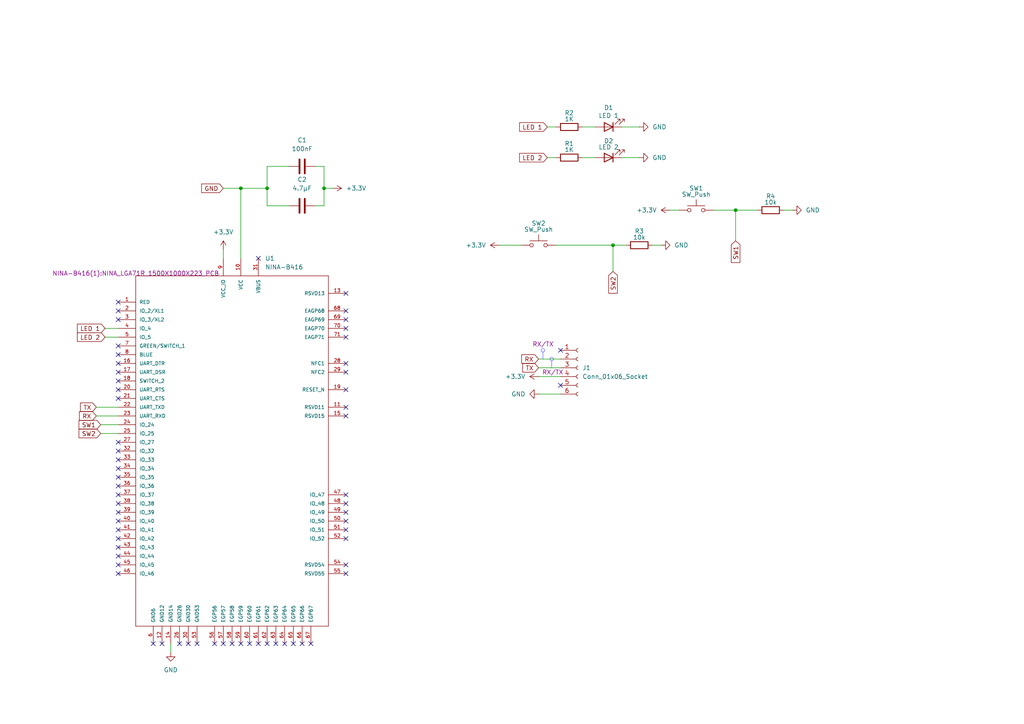
<source format=kicad_sch>
(kicad_sch
	(version 20250114)
	(generator "eeschema")
	(generator_version "9.0")
	(uuid "46073f70-8160-47d5-87a5-9b32431d60fc")
	(paper "A4")
	(title_block
		(company "GEII")
	)
	(lib_symbols
		(symbol "Connector:Conn_01x06_Socket"
			(pin_names
				(offset 1.016)
				(hide yes)
			)
			(exclude_from_sim no)
			(in_bom yes)
			(on_board yes)
			(property "Reference" "J"
				(at 0 7.62 0)
				(effects
					(font
						(size 1.27 1.27)
					)
				)
			)
			(property "Value" "Conn_01x06_Socket"
				(at 0 -10.16 0)
				(effects
					(font
						(size 1.27 1.27)
					)
				)
			)
			(property "Footprint" ""
				(at 0 0 0)
				(effects
					(font
						(size 1.27 1.27)
					)
					(hide yes)
				)
			)
			(property "Datasheet" "~"
				(at 0 0 0)
				(effects
					(font
						(size 1.27 1.27)
					)
					(hide yes)
				)
			)
			(property "Description" "Generic connector, single row, 01x06, script generated"
				(at 0 0 0)
				(effects
					(font
						(size 1.27 1.27)
					)
					(hide yes)
				)
			)
			(property "ki_locked" ""
				(at 0 0 0)
				(effects
					(font
						(size 1.27 1.27)
					)
				)
			)
			(property "ki_keywords" "connector"
				(at 0 0 0)
				(effects
					(font
						(size 1.27 1.27)
					)
					(hide yes)
				)
			)
			(property "ki_fp_filters" "Connector*:*_1x??_*"
				(at 0 0 0)
				(effects
					(font
						(size 1.27 1.27)
					)
					(hide yes)
				)
			)
			(symbol "Conn_01x06_Socket_1_1"
				(polyline
					(pts
						(xy -1.27 5.08) (xy -0.508 5.08)
					)
					(stroke
						(width 0.1524)
						(type default)
					)
					(fill
						(type none)
					)
				)
				(polyline
					(pts
						(xy -1.27 2.54) (xy -0.508 2.54)
					)
					(stroke
						(width 0.1524)
						(type default)
					)
					(fill
						(type none)
					)
				)
				(polyline
					(pts
						(xy -1.27 0) (xy -0.508 0)
					)
					(stroke
						(width 0.1524)
						(type default)
					)
					(fill
						(type none)
					)
				)
				(polyline
					(pts
						(xy -1.27 -2.54) (xy -0.508 -2.54)
					)
					(stroke
						(width 0.1524)
						(type default)
					)
					(fill
						(type none)
					)
				)
				(polyline
					(pts
						(xy -1.27 -5.08) (xy -0.508 -5.08)
					)
					(stroke
						(width 0.1524)
						(type default)
					)
					(fill
						(type none)
					)
				)
				(polyline
					(pts
						(xy -1.27 -7.62) (xy -0.508 -7.62)
					)
					(stroke
						(width 0.1524)
						(type default)
					)
					(fill
						(type none)
					)
				)
				(arc
					(start 0 4.572)
					(mid -0.5058 5.08)
					(end 0 5.588)
					(stroke
						(width 0.1524)
						(type default)
					)
					(fill
						(type none)
					)
				)
				(arc
					(start 0 2.032)
					(mid -0.5058 2.54)
					(end 0 3.048)
					(stroke
						(width 0.1524)
						(type default)
					)
					(fill
						(type none)
					)
				)
				(arc
					(start 0 -0.508)
					(mid -0.5058 0)
					(end 0 0.508)
					(stroke
						(width 0.1524)
						(type default)
					)
					(fill
						(type none)
					)
				)
				(arc
					(start 0 -3.048)
					(mid -0.5058 -2.54)
					(end 0 -2.032)
					(stroke
						(width 0.1524)
						(type default)
					)
					(fill
						(type none)
					)
				)
				(arc
					(start 0 -5.588)
					(mid -0.5058 -5.08)
					(end 0 -4.572)
					(stroke
						(width 0.1524)
						(type default)
					)
					(fill
						(type none)
					)
				)
				(arc
					(start 0 -8.128)
					(mid -0.5058 -7.62)
					(end 0 -7.112)
					(stroke
						(width 0.1524)
						(type default)
					)
					(fill
						(type none)
					)
				)
				(pin passive line
					(at -5.08 5.08 0)
					(length 3.81)
					(name "Pin_1"
						(effects
							(font
								(size 1.27 1.27)
							)
						)
					)
					(number "1"
						(effects
							(font
								(size 1.27 1.27)
							)
						)
					)
				)
				(pin passive line
					(at -5.08 2.54 0)
					(length 3.81)
					(name "Pin_2"
						(effects
							(font
								(size 1.27 1.27)
							)
						)
					)
					(number "2"
						(effects
							(font
								(size 1.27 1.27)
							)
						)
					)
				)
				(pin passive line
					(at -5.08 0 0)
					(length 3.81)
					(name "Pin_3"
						(effects
							(font
								(size 1.27 1.27)
							)
						)
					)
					(number "3"
						(effects
							(font
								(size 1.27 1.27)
							)
						)
					)
				)
				(pin passive line
					(at -5.08 -2.54 0)
					(length 3.81)
					(name "Pin_4"
						(effects
							(font
								(size 1.27 1.27)
							)
						)
					)
					(number "4"
						(effects
							(font
								(size 1.27 1.27)
							)
						)
					)
				)
				(pin passive line
					(at -5.08 -5.08 0)
					(length 3.81)
					(name "Pin_5"
						(effects
							(font
								(size 1.27 1.27)
							)
						)
					)
					(number "5"
						(effects
							(font
								(size 1.27 1.27)
							)
						)
					)
				)
				(pin passive line
					(at -5.08 -7.62 0)
					(length 3.81)
					(name "Pin_6"
						(effects
							(font
								(size 1.27 1.27)
							)
						)
					)
					(number "6"
						(effects
							(font
								(size 1.27 1.27)
							)
						)
					)
				)
			)
			(embedded_fonts no)
		)
		(symbol "Device:C"
			(pin_numbers
				(hide yes)
			)
			(pin_names
				(offset 0.254)
			)
			(exclude_from_sim no)
			(in_bom yes)
			(on_board yes)
			(property "Reference" "C"
				(at 0.635 2.54 0)
				(effects
					(font
						(size 1.27 1.27)
					)
					(justify left)
				)
			)
			(property "Value" "C"
				(at 0.635 -2.54 0)
				(effects
					(font
						(size 1.27 1.27)
					)
					(justify left)
				)
			)
			(property "Footprint" ""
				(at 0.9652 -3.81 0)
				(effects
					(font
						(size 1.27 1.27)
					)
					(hide yes)
				)
			)
			(property "Datasheet" "~"
				(at 0 0 0)
				(effects
					(font
						(size 1.27 1.27)
					)
					(hide yes)
				)
			)
			(property "Description" "Unpolarized capacitor"
				(at 0 0 0)
				(effects
					(font
						(size 1.27 1.27)
					)
					(hide yes)
				)
			)
			(property "ki_keywords" "cap capacitor"
				(at 0 0 0)
				(effects
					(font
						(size 1.27 1.27)
					)
					(hide yes)
				)
			)
			(property "ki_fp_filters" "C_*"
				(at 0 0 0)
				(effects
					(font
						(size 1.27 1.27)
					)
					(hide yes)
				)
			)
			(symbol "C_0_1"
				(polyline
					(pts
						(xy -2.032 0.762) (xy 2.032 0.762)
					)
					(stroke
						(width 0.508)
						(type default)
					)
					(fill
						(type none)
					)
				)
				(polyline
					(pts
						(xy -2.032 -0.762) (xy 2.032 -0.762)
					)
					(stroke
						(width 0.508)
						(type default)
					)
					(fill
						(type none)
					)
				)
			)
			(symbol "C_1_1"
				(pin passive line
					(at 0 3.81 270)
					(length 2.794)
					(name "~"
						(effects
							(font
								(size 1.27 1.27)
							)
						)
					)
					(number "1"
						(effects
							(font
								(size 1.27 1.27)
							)
						)
					)
				)
				(pin passive line
					(at 0 -3.81 90)
					(length 2.794)
					(name "~"
						(effects
							(font
								(size 1.27 1.27)
							)
						)
					)
					(number "2"
						(effects
							(font
								(size 1.27 1.27)
							)
						)
					)
				)
			)
			(embedded_fonts no)
		)
		(symbol "Device:LED"
			(pin_numbers
				(hide yes)
			)
			(pin_names
				(offset 1.016)
				(hide yes)
			)
			(exclude_from_sim no)
			(in_bom yes)
			(on_board yes)
			(property "Reference" "D"
				(at 0 2.54 0)
				(effects
					(font
						(size 1.27 1.27)
					)
				)
			)
			(property "Value" "LED"
				(at 0 -2.54 0)
				(effects
					(font
						(size 1.27 1.27)
					)
				)
			)
			(property "Footprint" ""
				(at 0 0 0)
				(effects
					(font
						(size 1.27 1.27)
					)
					(hide yes)
				)
			)
			(property "Datasheet" "~"
				(at 0 0 0)
				(effects
					(font
						(size 1.27 1.27)
					)
					(hide yes)
				)
			)
			(property "Description" "Light emitting diode"
				(at 0 0 0)
				(effects
					(font
						(size 1.27 1.27)
					)
					(hide yes)
				)
			)
			(property "Sim.Pins" "1=K 2=A"
				(at 0 0 0)
				(effects
					(font
						(size 1.27 1.27)
					)
					(hide yes)
				)
			)
			(property "ki_keywords" "LED diode"
				(at 0 0 0)
				(effects
					(font
						(size 1.27 1.27)
					)
					(hide yes)
				)
			)
			(property "ki_fp_filters" "LED* LED_SMD:* LED_THT:*"
				(at 0 0 0)
				(effects
					(font
						(size 1.27 1.27)
					)
					(hide yes)
				)
			)
			(symbol "LED_0_1"
				(polyline
					(pts
						(xy -3.048 -0.762) (xy -4.572 -2.286) (xy -3.81 -2.286) (xy -4.572 -2.286) (xy -4.572 -1.524)
					)
					(stroke
						(width 0)
						(type default)
					)
					(fill
						(type none)
					)
				)
				(polyline
					(pts
						(xy -1.778 -0.762) (xy -3.302 -2.286) (xy -2.54 -2.286) (xy -3.302 -2.286) (xy -3.302 -1.524)
					)
					(stroke
						(width 0)
						(type default)
					)
					(fill
						(type none)
					)
				)
				(polyline
					(pts
						(xy -1.27 0) (xy 1.27 0)
					)
					(stroke
						(width 0)
						(type default)
					)
					(fill
						(type none)
					)
				)
				(polyline
					(pts
						(xy -1.27 -1.27) (xy -1.27 1.27)
					)
					(stroke
						(width 0.254)
						(type default)
					)
					(fill
						(type none)
					)
				)
				(polyline
					(pts
						(xy 1.27 -1.27) (xy 1.27 1.27) (xy -1.27 0) (xy 1.27 -1.27)
					)
					(stroke
						(width 0.254)
						(type default)
					)
					(fill
						(type none)
					)
				)
			)
			(symbol "LED_1_1"
				(pin passive line
					(at -3.81 0 0)
					(length 2.54)
					(name "K"
						(effects
							(font
								(size 1.27 1.27)
							)
						)
					)
					(number "1"
						(effects
							(font
								(size 1.27 1.27)
							)
						)
					)
				)
				(pin passive line
					(at 3.81 0 180)
					(length 2.54)
					(name "A"
						(effects
							(font
								(size 1.27 1.27)
							)
						)
					)
					(number "2"
						(effects
							(font
								(size 1.27 1.27)
							)
						)
					)
				)
			)
			(embedded_fonts no)
		)
		(symbol "Device:R"
			(pin_numbers
				(hide yes)
			)
			(pin_names
				(offset 0)
			)
			(exclude_from_sim no)
			(in_bom yes)
			(on_board yes)
			(property "Reference" "R"
				(at 2.032 0 90)
				(effects
					(font
						(size 1.27 1.27)
					)
				)
			)
			(property "Value" "R"
				(at 0 0 90)
				(effects
					(font
						(size 1.27 1.27)
					)
				)
			)
			(property "Footprint" ""
				(at -1.778 0 90)
				(effects
					(font
						(size 1.27 1.27)
					)
					(hide yes)
				)
			)
			(property "Datasheet" "~"
				(at 0 0 0)
				(effects
					(font
						(size 1.27 1.27)
					)
					(hide yes)
				)
			)
			(property "Description" "Resistor"
				(at 0 0 0)
				(effects
					(font
						(size 1.27 1.27)
					)
					(hide yes)
				)
			)
			(property "ki_keywords" "R res resistor"
				(at 0 0 0)
				(effects
					(font
						(size 1.27 1.27)
					)
					(hide yes)
				)
			)
			(property "ki_fp_filters" "R_*"
				(at 0 0 0)
				(effects
					(font
						(size 1.27 1.27)
					)
					(hide yes)
				)
			)
			(symbol "R_0_1"
				(rectangle
					(start -1.016 -2.54)
					(end 1.016 2.54)
					(stroke
						(width 0.254)
						(type default)
					)
					(fill
						(type none)
					)
				)
			)
			(symbol "R_1_1"
				(pin passive line
					(at 0 3.81 270)
					(length 1.27)
					(name "~"
						(effects
							(font
								(size 1.27 1.27)
							)
						)
					)
					(number "1"
						(effects
							(font
								(size 1.27 1.27)
							)
						)
					)
				)
				(pin passive line
					(at 0 -3.81 90)
					(length 1.27)
					(name "~"
						(effects
							(font
								(size 1.27 1.27)
							)
						)
					)
					(number "2"
						(effects
							(font
								(size 1.27 1.27)
							)
						)
					)
				)
			)
			(embedded_fonts no)
		)
		(symbol "NINA-B416:NINA-B416"
			(pin_names
				(offset 1.016)
			)
			(exclude_from_sim no)
			(in_bom yes)
			(on_board yes)
			(property "Reference" "U"
				(at 61.468 0 0)
				(effects
					(font
						(size 1.27 1.27)
					)
					(justify left bottom)
				)
			)
			(property "Value" "NINA-B416"
				(at 0 0 0)
				(effects
					(font
						(size 1.27 1.27)
					)
					(justify bottom)
					(hide yes)
				)
			)
			(property "Footprint" "NINA-B416:NINA_LGA71R_1500X1000X223_PCB"
				(at 0 0 0)
				(effects
					(font
						(size 1.27 1.27)
					)
					(justify bottom)
					(hide yes)
				)
			)
			(property "Datasheet" ""
				(at 0 0 0)
				(effects
					(font
						(size 1.27 1.27)
					)
					(hide yes)
				)
			)
			(property "Description" ""
				(at 0 0 0)
				(effects
					(font
						(size 1.27 1.27)
					)
					(hide yes)
				)
			)
			(property "PART_DESCRIPTION" "Stand-alone Bluetooth low energy module"
				(at 0 0 0)
				(effects
					(font
						(size 1.27 1.27)
					)
					(justify bottom)
					(hide yes)
				)
			)
			(property "MF" "u-blox"
				(at 0 0 0)
				(effects
					(font
						(size 1.27 1.27)
					)
					(justify bottom)
					(hide yes)
				)
			)
			(property "Description_1" "802.15.4, Bluetooth Bluetooth v5.1, Thread, Zigbee® Transceiver Module 2.4GHz Integrated, Trace Surface Mount"
				(at 0 0 0)
				(effects
					(font
						(size 1.27 1.27)
					)
					(justify bottom)
					(hide yes)
				)
			)
			(property "Package" "None"
				(at 0 0 0)
				(effects
					(font
						(size 1.27 1.27)
					)
					(justify bottom)
					(hide yes)
				)
			)
			(property "Price" "None"
				(at 0 0 0)
				(effects
					(font
						(size 1.27 1.27)
					)
					(justify bottom)
					(hide yes)
				)
			)
			(property "Check_prices" "https://www.snapeda.com/parts/NINA-B416/u-blox/view-part/?ref=eda"
				(at 0 0 0)
				(effects
					(font
						(size 1.27 1.27)
					)
					(justify bottom)
					(hide yes)
				)
			)
			(property "SnapEDA_Link" "https://www.snapeda.com/parts/NINA-B416/u-blox/view-part/?ref=snap"
				(at 0 0 0)
				(effects
					(font
						(size 1.27 1.27)
					)
					(justify bottom)
					(hide yes)
				)
			)
			(property "MP" "NINA-B416"
				(at 0 0 0)
				(effects
					(font
						(size 1.27 1.27)
					)
					(justify bottom)
					(hide yes)
				)
			)
			(property "Availability" "Not in stock"
				(at 0 0 0)
				(effects
					(font
						(size 1.27 1.27)
					)
					(justify bottom)
					(hide yes)
				)
			)
			(property "MANUFACTURER" "u-blox"
				(at 0 0 0)
				(effects
					(font
						(size 1.27 1.27)
					)
					(justify bottom)
					(hide yes)
				)
			)
			(symbol "NINA-B416_0_0"
				(polyline
					(pts
						(xy 0 -101.6) (xy 0 0)
					)
					(stroke
						(width 0.1524)
						(type default)
					)
					(fill
						(type none)
					)
				)
				(polyline
					(pts
						(xy 0 -101.6) (xy 55.88 -101.6)
					)
					(stroke
						(width 0.1524)
						(type default)
					)
					(fill
						(type none)
					)
				)
				(polyline
					(pts
						(xy 55.88 0) (xy 0 0)
					)
					(stroke
						(width 0.1524)
						(type default)
					)
					(fill
						(type none)
					)
				)
				(polyline
					(pts
						(xy 55.88 0) (xy 55.88 -101.6)
					)
					(stroke
						(width 0.1524)
						(type default)
					)
					(fill
						(type none)
					)
				)
				(pin output line
					(at -5.08 -7.62 0)
					(length 5.08)
					(name "RED"
						(effects
							(font
								(size 1.016 1.016)
							)
						)
					)
					(number "1"
						(effects
							(font
								(size 1.016 1.016)
							)
						)
					)
				)
				(pin bidirectional line
					(at -5.08 -10.16 0)
					(length 5.08)
					(name "IO_2/XL1"
						(effects
							(font
								(size 1.016 1.016)
							)
						)
					)
					(number "2"
						(effects
							(font
								(size 1.016 1.016)
							)
						)
					)
				)
				(pin bidirectional line
					(at -5.08 -12.7 0)
					(length 5.08)
					(name "IO_3/XL2"
						(effects
							(font
								(size 1.016 1.016)
							)
						)
					)
					(number "3"
						(effects
							(font
								(size 1.016 1.016)
							)
						)
					)
				)
				(pin bidirectional line
					(at -5.08 -15.24 0)
					(length 5.08)
					(name "IO_4"
						(effects
							(font
								(size 1.016 1.016)
							)
						)
					)
					(number "4"
						(effects
							(font
								(size 1.016 1.016)
							)
						)
					)
				)
				(pin bidirectional line
					(at -5.08 -17.78 0)
					(length 5.08)
					(name "IO_5"
						(effects
							(font
								(size 1.016 1.016)
							)
						)
					)
					(number "5"
						(effects
							(font
								(size 1.016 1.016)
							)
						)
					)
				)
				(pin bidirectional line
					(at -5.08 -20.32 0)
					(length 5.08)
					(name "GREEN/SWITCH_1"
						(effects
							(font
								(size 1.016 1.016)
							)
						)
					)
					(number "7"
						(effects
							(font
								(size 1.016 1.016)
							)
						)
					)
				)
				(pin output line
					(at -5.08 -22.86 0)
					(length 5.08)
					(name "BLUE"
						(effects
							(font
								(size 1.016 1.016)
							)
						)
					)
					(number "8"
						(effects
							(font
								(size 1.016 1.016)
							)
						)
					)
				)
				(pin output line
					(at -5.08 -25.4 0)
					(length 5.08)
					(name "UART_DTR"
						(effects
							(font
								(size 1.016 1.016)
							)
						)
					)
					(number "16"
						(effects
							(font
								(size 1.016 1.016)
							)
						)
					)
				)
				(pin input line
					(at -5.08 -27.94 0)
					(length 5.08)
					(name "UART_DSR"
						(effects
							(font
								(size 1.016 1.016)
							)
						)
					)
					(number "17"
						(effects
							(font
								(size 1.016 1.016)
							)
						)
					)
				)
				(pin input line
					(at -5.08 -30.48 0)
					(length 5.08)
					(name "SWITCH_2"
						(effects
							(font
								(size 1.016 1.016)
							)
						)
					)
					(number "18"
						(effects
							(font
								(size 1.016 1.016)
							)
						)
					)
				)
				(pin output line
					(at -5.08 -33.02 0)
					(length 5.08)
					(name "UART_RTS"
						(effects
							(font
								(size 1.016 1.016)
							)
						)
					)
					(number "20"
						(effects
							(font
								(size 1.016 1.016)
							)
						)
					)
				)
				(pin input line
					(at -5.08 -35.56 0)
					(length 5.08)
					(name "UART_CTS"
						(effects
							(font
								(size 1.016 1.016)
							)
						)
					)
					(number "21"
						(effects
							(font
								(size 1.016 1.016)
							)
						)
					)
				)
				(pin output line
					(at -5.08 -38.1 0)
					(length 5.08)
					(name "UART_TXD"
						(effects
							(font
								(size 1.016 1.016)
							)
						)
					)
					(number "22"
						(effects
							(font
								(size 1.016 1.016)
							)
						)
					)
				)
				(pin input line
					(at -5.08 -40.64 0)
					(length 5.08)
					(name "UART_RXD"
						(effects
							(font
								(size 1.016 1.016)
							)
						)
					)
					(number "23"
						(effects
							(font
								(size 1.016 1.016)
							)
						)
					)
				)
				(pin bidirectional line
					(at -5.08 -43.18 0)
					(length 5.08)
					(name "IO_24"
						(effects
							(font
								(size 1.016 1.016)
							)
						)
					)
					(number "24"
						(effects
							(font
								(size 1.016 1.016)
							)
						)
					)
				)
				(pin bidirectional line
					(at -5.08 -45.72 0)
					(length 5.08)
					(name "IO_25"
						(effects
							(font
								(size 1.016 1.016)
							)
						)
					)
					(number "25"
						(effects
							(font
								(size 1.016 1.016)
							)
						)
					)
				)
				(pin bidirectional line
					(at -5.08 -48.26 0)
					(length 5.08)
					(name "IO_27"
						(effects
							(font
								(size 1.016 1.016)
							)
						)
					)
					(number "27"
						(effects
							(font
								(size 1.016 1.016)
							)
						)
					)
				)
				(pin bidirectional line
					(at -5.08 -50.8 0)
					(length 5.08)
					(name "IO_32"
						(effects
							(font
								(size 1.016 1.016)
							)
						)
					)
					(number "32"
						(effects
							(font
								(size 1.016 1.016)
							)
						)
					)
				)
				(pin bidirectional line
					(at -5.08 -53.34 0)
					(length 5.08)
					(name "IO_33"
						(effects
							(font
								(size 1.016 1.016)
							)
						)
					)
					(number "33"
						(effects
							(font
								(size 1.016 1.016)
							)
						)
					)
				)
				(pin bidirectional line
					(at -5.08 -55.88 0)
					(length 5.08)
					(name "IO_34"
						(effects
							(font
								(size 1.016 1.016)
							)
						)
					)
					(number "34"
						(effects
							(font
								(size 1.016 1.016)
							)
						)
					)
				)
				(pin bidirectional line
					(at -5.08 -58.42 0)
					(length 5.08)
					(name "IO_35"
						(effects
							(font
								(size 1.016 1.016)
							)
						)
					)
					(number "35"
						(effects
							(font
								(size 1.016 1.016)
							)
						)
					)
				)
				(pin bidirectional line
					(at -5.08 -60.96 0)
					(length 5.08)
					(name "IO_36"
						(effects
							(font
								(size 1.016 1.016)
							)
						)
					)
					(number "36"
						(effects
							(font
								(size 1.016 1.016)
							)
						)
					)
				)
				(pin bidirectional line
					(at -5.08 -63.5 0)
					(length 5.08)
					(name "IO_37"
						(effects
							(font
								(size 1.016 1.016)
							)
						)
					)
					(number "37"
						(effects
							(font
								(size 1.016 1.016)
							)
						)
					)
				)
				(pin bidirectional line
					(at -5.08 -66.04 0)
					(length 5.08)
					(name "IO_38"
						(effects
							(font
								(size 1.016 1.016)
							)
						)
					)
					(number "38"
						(effects
							(font
								(size 1.016 1.016)
							)
						)
					)
				)
				(pin bidirectional line
					(at -5.08 -68.58 0)
					(length 5.08)
					(name "IO_39"
						(effects
							(font
								(size 1.016 1.016)
							)
						)
					)
					(number "39"
						(effects
							(font
								(size 1.016 1.016)
							)
						)
					)
				)
				(pin bidirectional line
					(at -5.08 -71.12 0)
					(length 5.08)
					(name "IO_40"
						(effects
							(font
								(size 1.016 1.016)
							)
						)
					)
					(number "40"
						(effects
							(font
								(size 1.016 1.016)
							)
						)
					)
				)
				(pin bidirectional line
					(at -5.08 -73.66 0)
					(length 5.08)
					(name "IO_41"
						(effects
							(font
								(size 1.016 1.016)
							)
						)
					)
					(number "41"
						(effects
							(font
								(size 1.016 1.016)
							)
						)
					)
				)
				(pin bidirectional line
					(at -5.08 -76.2 0)
					(length 5.08)
					(name "IO_42"
						(effects
							(font
								(size 1.016 1.016)
							)
						)
					)
					(number "42"
						(effects
							(font
								(size 1.016 1.016)
							)
						)
					)
				)
				(pin bidirectional line
					(at -5.08 -78.74 0)
					(length 5.08)
					(name "IO_43"
						(effects
							(font
								(size 1.016 1.016)
							)
						)
					)
					(number "43"
						(effects
							(font
								(size 1.016 1.016)
							)
						)
					)
				)
				(pin bidirectional line
					(at -5.08 -81.28 0)
					(length 5.08)
					(name "IO_44"
						(effects
							(font
								(size 1.016 1.016)
							)
						)
					)
					(number "44"
						(effects
							(font
								(size 1.016 1.016)
							)
						)
					)
				)
				(pin bidirectional line
					(at -5.08 -83.82 0)
					(length 5.08)
					(name "IO_45"
						(effects
							(font
								(size 1.016 1.016)
							)
						)
					)
					(number "45"
						(effects
							(font
								(size 1.016 1.016)
							)
						)
					)
				)
				(pin bidirectional line
					(at -5.08 -86.36 0)
					(length 5.08)
					(name "IO_46"
						(effects
							(font
								(size 1.016 1.016)
							)
						)
					)
					(number "46"
						(effects
							(font
								(size 1.016 1.016)
							)
						)
					)
				)
				(pin power_in line
					(at 5.08 -106.68 90)
					(length 5.08)
					(name "GND6"
						(effects
							(font
								(size 1.016 1.016)
							)
						)
					)
					(number "6"
						(effects
							(font
								(size 1.016 1.016)
							)
						)
					)
				)
				(pin power_in line
					(at 7.62 -106.68 90)
					(length 5.08)
					(name "GND12"
						(effects
							(font
								(size 1.016 1.016)
							)
						)
					)
					(number "12"
						(effects
							(font
								(size 1.016 1.016)
							)
						)
					)
				)
				(pin power_in line
					(at 10.16 -106.68 90)
					(length 5.08)
					(name "GND14"
						(effects
							(font
								(size 1.016 1.016)
							)
						)
					)
					(number "14"
						(effects
							(font
								(size 1.016 1.016)
							)
						)
					)
				)
				(pin power_in line
					(at 12.7 -106.68 90)
					(length 5.08)
					(name "GND26"
						(effects
							(font
								(size 1.016 1.016)
							)
						)
					)
					(number "26"
						(effects
							(font
								(size 1.016 1.016)
							)
						)
					)
				)
				(pin power_in line
					(at 15.24 -106.68 90)
					(length 5.08)
					(name "GND30"
						(effects
							(font
								(size 1.016 1.016)
							)
						)
					)
					(number "30"
						(effects
							(font
								(size 1.016 1.016)
							)
						)
					)
				)
				(pin power_in line
					(at 17.78 -106.68 90)
					(length 5.08)
					(name "GND53"
						(effects
							(font
								(size 1.016 1.016)
							)
						)
					)
					(number "53"
						(effects
							(font
								(size 1.016 1.016)
							)
						)
					)
				)
				(pin power_in line
					(at 22.86 -106.68 90)
					(length 5.08)
					(name "EGP56"
						(effects
							(font
								(size 1.016 1.016)
							)
						)
					)
					(number "56"
						(effects
							(font
								(size 1.016 1.016)
							)
						)
					)
				)
				(pin power_in line
					(at 25.4 5.08 270)
					(length 5.08)
					(name "VCC_IO"
						(effects
							(font
								(size 1.016 1.016)
							)
						)
					)
					(number "9"
						(effects
							(font
								(size 1.016 1.016)
							)
						)
					)
				)
				(pin power_in line
					(at 25.4 -106.68 90)
					(length 5.08)
					(name "EGP57"
						(effects
							(font
								(size 1.016 1.016)
							)
						)
					)
					(number "57"
						(effects
							(font
								(size 1.016 1.016)
							)
						)
					)
				)
				(pin power_in line
					(at 27.94 -106.68 90)
					(length 5.08)
					(name "EGP58"
						(effects
							(font
								(size 1.016 1.016)
							)
						)
					)
					(number "58"
						(effects
							(font
								(size 1.016 1.016)
							)
						)
					)
				)
				(pin power_in line
					(at 30.48 5.08 270)
					(length 5.08)
					(name "VCC"
						(effects
							(font
								(size 1.016 1.016)
							)
						)
					)
					(number "10"
						(effects
							(font
								(size 1.016 1.016)
							)
						)
					)
				)
				(pin power_in line
					(at 30.48 -106.68 90)
					(length 5.08)
					(name "EGP59"
						(effects
							(font
								(size 1.016 1.016)
							)
						)
					)
					(number "59"
						(effects
							(font
								(size 1.016 1.016)
							)
						)
					)
				)
				(pin power_in line
					(at 33.02 -106.68 90)
					(length 5.08)
					(name "EGP60"
						(effects
							(font
								(size 1.016 1.016)
							)
						)
					)
					(number "60"
						(effects
							(font
								(size 1.016 1.016)
							)
						)
					)
				)
				(pin power_in line
					(at 35.56 5.08 270)
					(length 5.08)
					(name "VBUS"
						(effects
							(font
								(size 1.016 1.016)
							)
						)
					)
					(number "31"
						(effects
							(font
								(size 1.016 1.016)
							)
						)
					)
				)
				(pin power_in line
					(at 35.56 -106.68 90)
					(length 5.08)
					(name "EGP61"
						(effects
							(font
								(size 1.016 1.016)
							)
						)
					)
					(number "61"
						(effects
							(font
								(size 1.016 1.016)
							)
						)
					)
				)
				(pin power_in line
					(at 38.1 -106.68 90)
					(length 5.08)
					(name "EGP62"
						(effects
							(font
								(size 1.016 1.016)
							)
						)
					)
					(number "62"
						(effects
							(font
								(size 1.016 1.016)
							)
						)
					)
				)
				(pin power_in line
					(at 40.64 -106.68 90)
					(length 5.08)
					(name "EGP63"
						(effects
							(font
								(size 1.016 1.016)
							)
						)
					)
					(number "63"
						(effects
							(font
								(size 1.016 1.016)
							)
						)
					)
				)
				(pin power_in line
					(at 43.18 -106.68 90)
					(length 5.08)
					(name "EGP64"
						(effects
							(font
								(size 1.016 1.016)
							)
						)
					)
					(number "64"
						(effects
							(font
								(size 1.016 1.016)
							)
						)
					)
				)
				(pin power_in line
					(at 45.72 -106.68 90)
					(length 5.08)
					(name "EGP65"
						(effects
							(font
								(size 1.016 1.016)
							)
						)
					)
					(number "65"
						(effects
							(font
								(size 1.016 1.016)
							)
						)
					)
				)
				(pin power_in line
					(at 48.26 -106.68 90)
					(length 5.08)
					(name "EGP66"
						(effects
							(font
								(size 1.016 1.016)
							)
						)
					)
					(number "66"
						(effects
							(font
								(size 1.016 1.016)
							)
						)
					)
				)
				(pin power_in line
					(at 50.8 -106.68 90)
					(length 5.08)
					(name "EGP67"
						(effects
							(font
								(size 1.016 1.016)
							)
						)
					)
					(number "67"
						(effects
							(font
								(size 1.016 1.016)
							)
						)
					)
				)
				(pin passive line
					(at 60.96 -5.08 180)
					(length 5.08)
					(name "RSVD13"
						(effects
							(font
								(size 1.016 1.016)
							)
						)
					)
					(number "13"
						(effects
							(font
								(size 1.016 1.016)
							)
						)
					)
				)
				(pin power_in line
					(at 60.96 -10.16 180)
					(length 5.08)
					(name "EAGP68"
						(effects
							(font
								(size 1.016 1.016)
							)
						)
					)
					(number "68"
						(effects
							(font
								(size 1.016 1.016)
							)
						)
					)
				)
				(pin power_in line
					(at 60.96 -12.7 180)
					(length 5.08)
					(name "EAGP69"
						(effects
							(font
								(size 1.016 1.016)
							)
						)
					)
					(number "69"
						(effects
							(font
								(size 1.016 1.016)
							)
						)
					)
				)
				(pin power_in line
					(at 60.96 -15.24 180)
					(length 5.08)
					(name "EAGP70"
						(effects
							(font
								(size 1.016 1.016)
							)
						)
					)
					(number "70"
						(effects
							(font
								(size 1.016 1.016)
							)
						)
					)
				)
				(pin power_in line
					(at 60.96 -17.78 180)
					(length 5.08)
					(name "EAGP71"
						(effects
							(font
								(size 1.016 1.016)
							)
						)
					)
					(number "71"
						(effects
							(font
								(size 1.016 1.016)
							)
						)
					)
				)
				(pin bidirectional line
					(at 60.96 -25.4 180)
					(length 5.08)
					(name "NFC1"
						(effects
							(font
								(size 1.016 1.016)
							)
						)
					)
					(number "28"
						(effects
							(font
								(size 1.016 1.016)
							)
						)
					)
				)
				(pin bidirectional line
					(at 60.96 -27.94 180)
					(length 5.08)
					(name "NFC2"
						(effects
							(font
								(size 1.016 1.016)
							)
						)
					)
					(number "29"
						(effects
							(font
								(size 1.016 1.016)
							)
						)
					)
				)
				(pin input line
					(at 60.96 -33.02 180)
					(length 5.08)
					(name "RESET_N"
						(effects
							(font
								(size 1.016 1.016)
							)
						)
					)
					(number "19"
						(effects
							(font
								(size 1.016 1.016)
							)
						)
					)
				)
				(pin input line
					(at 60.96 -38.1 180)
					(length 5.08)
					(name "RSVD11"
						(effects
							(font
								(size 1.016 1.016)
							)
						)
					)
					(number "11"
						(effects
							(font
								(size 1.016 1.016)
							)
						)
					)
				)
				(pin bidirectional line
					(at 60.96 -40.64 180)
					(length 5.08)
					(name "RSVD15"
						(effects
							(font
								(size 1.016 1.016)
							)
						)
					)
					(number "15"
						(effects
							(font
								(size 1.016 1.016)
							)
						)
					)
				)
				(pin bidirectional line
					(at 60.96 -63.5 180)
					(length 5.08)
					(name "IO_47"
						(effects
							(font
								(size 1.016 1.016)
							)
						)
					)
					(number "47"
						(effects
							(font
								(size 1.016 1.016)
							)
						)
					)
				)
				(pin bidirectional line
					(at 60.96 -66.04 180)
					(length 5.08)
					(name "IO_48"
						(effects
							(font
								(size 1.016 1.016)
							)
						)
					)
					(number "48"
						(effects
							(font
								(size 1.016 1.016)
							)
						)
					)
				)
				(pin bidirectional line
					(at 60.96 -68.58 180)
					(length 5.08)
					(name "IO_49"
						(effects
							(font
								(size 1.016 1.016)
							)
						)
					)
					(number "49"
						(effects
							(font
								(size 1.016 1.016)
							)
						)
					)
				)
				(pin bidirectional line
					(at 60.96 -71.12 180)
					(length 5.08)
					(name "IO_50"
						(effects
							(font
								(size 1.016 1.016)
							)
						)
					)
					(number "50"
						(effects
							(font
								(size 1.016 1.016)
							)
						)
					)
				)
				(pin bidirectional line
					(at 60.96 -73.66 180)
					(length 5.08)
					(name "IO_51"
						(effects
							(font
								(size 1.016 1.016)
							)
						)
					)
					(number "51"
						(effects
							(font
								(size 1.016 1.016)
							)
						)
					)
				)
				(pin bidirectional line
					(at 60.96 -76.2 180)
					(length 5.08)
					(name "IO_52"
						(effects
							(font
								(size 1.016 1.016)
							)
						)
					)
					(number "52"
						(effects
							(font
								(size 1.016 1.016)
							)
						)
					)
				)
				(pin bidirectional line
					(at 60.96 -83.82 180)
					(length 5.08)
					(name "RSVD54"
						(effects
							(font
								(size 1.016 1.016)
							)
						)
					)
					(number "54"
						(effects
							(font
								(size 1.016 1.016)
							)
						)
					)
				)
				(pin bidirectional line
					(at 60.96 -86.36 180)
					(length 5.08)
					(name "RSVD55"
						(effects
							(font
								(size 1.016 1.016)
							)
						)
					)
					(number "55"
						(effects
							(font
								(size 1.016 1.016)
							)
						)
					)
				)
			)
			(embedded_fonts no)
		)
		(symbol "Switch:SW_Push"
			(pin_numbers
				(hide yes)
			)
			(pin_names
				(offset 1.016)
				(hide yes)
			)
			(exclude_from_sim no)
			(in_bom yes)
			(on_board yes)
			(property "Reference" "SW"
				(at 1.27 2.54 0)
				(effects
					(font
						(size 1.27 1.27)
					)
					(justify left)
				)
			)
			(property "Value" "SW_Push"
				(at 0 -1.524 0)
				(effects
					(font
						(size 1.27 1.27)
					)
				)
			)
			(property "Footprint" ""
				(at 0 5.08 0)
				(effects
					(font
						(size 1.27 1.27)
					)
					(hide yes)
				)
			)
			(property "Datasheet" "~"
				(at 0 5.08 0)
				(effects
					(font
						(size 1.27 1.27)
					)
					(hide yes)
				)
			)
			(property "Description" "Push button switch, generic, two pins"
				(at 0 0 0)
				(effects
					(font
						(size 1.27 1.27)
					)
					(hide yes)
				)
			)
			(property "ki_keywords" "switch normally-open pushbutton push-button"
				(at 0 0 0)
				(effects
					(font
						(size 1.27 1.27)
					)
					(hide yes)
				)
			)
			(symbol "SW_Push_0_1"
				(circle
					(center -2.032 0)
					(radius 0.508)
					(stroke
						(width 0)
						(type default)
					)
					(fill
						(type none)
					)
				)
				(polyline
					(pts
						(xy 0 1.27) (xy 0 3.048)
					)
					(stroke
						(width 0)
						(type default)
					)
					(fill
						(type none)
					)
				)
				(circle
					(center 2.032 0)
					(radius 0.508)
					(stroke
						(width 0)
						(type default)
					)
					(fill
						(type none)
					)
				)
				(polyline
					(pts
						(xy 2.54 1.27) (xy -2.54 1.27)
					)
					(stroke
						(width 0)
						(type default)
					)
					(fill
						(type none)
					)
				)
				(pin passive line
					(at -5.08 0 0)
					(length 2.54)
					(name "1"
						(effects
							(font
								(size 1.27 1.27)
							)
						)
					)
					(number "1"
						(effects
							(font
								(size 1.27 1.27)
							)
						)
					)
				)
				(pin passive line
					(at 5.08 0 180)
					(length 2.54)
					(name "2"
						(effects
							(font
								(size 1.27 1.27)
							)
						)
					)
					(number "2"
						(effects
							(font
								(size 1.27 1.27)
							)
						)
					)
				)
			)
			(embedded_fonts no)
		)
		(symbol "power:+3.3V"
			(power)
			(pin_numbers
				(hide yes)
			)
			(pin_names
				(offset 0)
				(hide yes)
			)
			(exclude_from_sim no)
			(in_bom yes)
			(on_board yes)
			(property "Reference" "#PWR"
				(at 0 -3.81 0)
				(effects
					(font
						(size 1.27 1.27)
					)
					(hide yes)
				)
			)
			(property "Value" "+3.3V"
				(at 0 3.556 0)
				(effects
					(font
						(size 1.27 1.27)
					)
				)
			)
			(property "Footprint" ""
				(at 0 0 0)
				(effects
					(font
						(size 1.27 1.27)
					)
					(hide yes)
				)
			)
			(property "Datasheet" ""
				(at 0 0 0)
				(effects
					(font
						(size 1.27 1.27)
					)
					(hide yes)
				)
			)
			(property "Description" "Power symbol creates a global label with name \"+3.3V\""
				(at 0 0 0)
				(effects
					(font
						(size 1.27 1.27)
					)
					(hide yes)
				)
			)
			(property "ki_keywords" "global power"
				(at 0 0 0)
				(effects
					(font
						(size 1.27 1.27)
					)
					(hide yes)
				)
			)
			(symbol "+3.3V_0_1"
				(polyline
					(pts
						(xy -0.762 1.27) (xy 0 2.54)
					)
					(stroke
						(width 0)
						(type default)
					)
					(fill
						(type none)
					)
				)
				(polyline
					(pts
						(xy 0 2.54) (xy 0.762 1.27)
					)
					(stroke
						(width 0)
						(type default)
					)
					(fill
						(type none)
					)
				)
				(polyline
					(pts
						(xy 0 0) (xy 0 2.54)
					)
					(stroke
						(width 0)
						(type default)
					)
					(fill
						(type none)
					)
				)
			)
			(symbol "+3.3V_1_1"
				(pin power_in line
					(at 0 0 90)
					(length 0)
					(name "~"
						(effects
							(font
								(size 1.27 1.27)
							)
						)
					)
					(number "1"
						(effects
							(font
								(size 1.27 1.27)
							)
						)
					)
				)
			)
			(embedded_fonts no)
		)
		(symbol "power:GND"
			(power)
			(pin_numbers
				(hide yes)
			)
			(pin_names
				(offset 0)
				(hide yes)
			)
			(exclude_from_sim no)
			(in_bom yes)
			(on_board yes)
			(property "Reference" "#PWR"
				(at 0 -6.35 0)
				(effects
					(font
						(size 1.27 1.27)
					)
					(hide yes)
				)
			)
			(property "Value" "GND"
				(at 0 -3.81 0)
				(effects
					(font
						(size 1.27 1.27)
					)
				)
			)
			(property "Footprint" ""
				(at 0 0 0)
				(effects
					(font
						(size 1.27 1.27)
					)
					(hide yes)
				)
			)
			(property "Datasheet" ""
				(at 0 0 0)
				(effects
					(font
						(size 1.27 1.27)
					)
					(hide yes)
				)
			)
			(property "Description" "Power symbol creates a global label with name \"GND\" , ground"
				(at 0 0 0)
				(effects
					(font
						(size 1.27 1.27)
					)
					(hide yes)
				)
			)
			(property "ki_keywords" "global power"
				(at 0 0 0)
				(effects
					(font
						(size 1.27 1.27)
					)
					(hide yes)
				)
			)
			(symbol "GND_0_1"
				(polyline
					(pts
						(xy 0 0) (xy 0 -1.27) (xy 1.27 -1.27) (xy 0 -2.54) (xy -1.27 -1.27) (xy 0 -1.27)
					)
					(stroke
						(width 0)
						(type default)
					)
					(fill
						(type none)
					)
				)
			)
			(symbol "GND_1_1"
				(pin power_in line
					(at 0 0 270)
					(length 0)
					(name "~"
						(effects
							(font
								(size 1.27 1.27)
							)
						)
					)
					(number "1"
						(effects
							(font
								(size 1.27 1.27)
							)
						)
					)
				)
			)
			(embedded_fonts no)
		)
	)
	(junction
		(at 69.85 54.61)
		(diameter 0)
		(color 0 0 0 0)
		(uuid "12ee2f8d-e5be-416e-a020-d0a319bfc609")
	)
	(junction
		(at 93.98 54.61)
		(diameter 0)
		(color 0 0 0 0)
		(uuid "45f81370-4583-4f57-89f4-b467bffbc84c")
	)
	(junction
		(at 77.47 54.61)
		(diameter 0)
		(color 0 0 0 0)
		(uuid "b27b5313-d990-428a-a0f5-383aaf57028e")
	)
	(junction
		(at 177.8 71.12)
		(diameter 0)
		(color 0 0 0 0)
		(uuid "bbb375ac-f975-4a8f-b2d2-a1d6b9a0ece8")
	)
	(junction
		(at 213.36 60.96)
		(diameter 0)
		(color 0 0 0 0)
		(uuid "d2a796a9-2b1c-4073-a6e8-b6662bac0d07")
	)
	(no_connect
		(at 100.33 148.59)
		(uuid "03ea9ba6-e6dc-4c99-a3f8-55de7a59b11e")
	)
	(no_connect
		(at 100.33 166.37)
		(uuid "053bd830-bc5f-4cb1-907d-ad6b3bafc509")
	)
	(no_connect
		(at 82.55 186.69)
		(uuid "0dd41511-345c-446a-9299-8edbc39da1f4")
	)
	(no_connect
		(at 100.33 153.67)
		(uuid "0e70d186-7a41-4bdc-8d1a-0fe3fc19e43d")
	)
	(no_connect
		(at 34.29 161.29)
		(uuid "14c60e49-ace7-43c1-aa3e-0b96ada16a6f")
	)
	(no_connect
		(at 52.07 186.69)
		(uuid "16353723-9c66-4828-9c5a-02e94629bc7c")
	)
	(no_connect
		(at 74.93 186.69)
		(uuid "16add5df-4196-4894-b6ca-2c14557d03d5")
	)
	(no_connect
		(at 80.01 186.69)
		(uuid "1720e947-6583-4247-8bb5-3543af62f19c")
	)
	(no_connect
		(at 64.77 186.69)
		(uuid "1834a02b-e3e9-426e-9ed9-bb07ab94b7df")
	)
	(no_connect
		(at 162.56 111.76)
		(uuid "265d97f0-c6c7-4de8-9e91-b3da698bcc63")
	)
	(no_connect
		(at 62.23 186.69)
		(uuid "2888a574-ae67-44cd-b73a-a02ff245ad62")
	)
	(no_connect
		(at 100.33 113.03)
		(uuid "2bb2def0-49b8-45c8-8ac3-56e708d48c1c")
	)
	(no_connect
		(at 34.29 166.37)
		(uuid "2cbc56b3-8d27-4251-b102-a2d8ce890c00")
	)
	(no_connect
		(at 34.29 107.95)
		(uuid "2e0a3dbc-572a-44a6-9d47-bb61fa8c2740")
	)
	(no_connect
		(at 100.33 107.95)
		(uuid "2eaf76f4-9e4e-4248-9e88-f688db43db35")
	)
	(no_connect
		(at 162.56 101.6)
		(uuid "305a175f-d994-4ee3-b190-f33cc5c5ad9b")
	)
	(no_connect
		(at 34.29 146.05)
		(uuid "3247df63-4e5d-48b3-aca9-16f232adb7ff")
	)
	(no_connect
		(at 34.29 143.51)
		(uuid "3b477563-85c2-4ee0-942e-00b7716e0730")
	)
	(no_connect
		(at 34.29 105.41)
		(uuid "43c727f5-db85-41b4-a8a2-4a882d39c1ee")
	)
	(no_connect
		(at 100.33 156.21)
		(uuid "463e3ea7-b33d-4a1d-97c2-0422df8028d3")
	)
	(no_connect
		(at 34.29 87.63)
		(uuid "48e5efaa-17bd-40e5-aaf5-137e7e7bed56")
	)
	(no_connect
		(at 34.29 102.87)
		(uuid "4a044591-a5c4-4d59-8678-df3a4827d448")
	)
	(no_connect
		(at 34.29 135.89)
		(uuid "52ee27a3-6ce8-493a-bd82-defd8d2bffba")
	)
	(no_connect
		(at 46.99 186.69)
		(uuid "598be394-990e-4352-8df9-e575c1d0a94e")
	)
	(no_connect
		(at 34.29 148.59)
		(uuid "5cda58ba-9a22-4320-9764-c9c8edf5a27d")
	)
	(no_connect
		(at 67.31 186.69)
		(uuid "5d62ac91-c5b1-4bcd-8d82-c30ae56b480d")
	)
	(no_connect
		(at 100.33 105.41)
		(uuid "635536d2-43f7-48e7-ae77-447818cd5cd0")
	)
	(no_connect
		(at 34.29 90.17)
		(uuid "65058f82-bb11-4dde-b293-7c626edb8088")
	)
	(no_connect
		(at 54.61 186.69)
		(uuid "6e8d7d39-652b-4659-a65b-c97e8ddb7477")
	)
	(no_connect
		(at 100.33 95.25)
		(uuid "787313e5-0a1d-49d0-b603-e56eba408482")
	)
	(no_connect
		(at 34.29 151.13)
		(uuid "7b11099d-4194-4fbb-a39f-bf9a5a657f0f")
	)
	(no_connect
		(at 44.45 186.69)
		(uuid "808d3bb6-7708-48e1-9c2a-ce617832a22f")
	)
	(no_connect
		(at 34.29 156.21)
		(uuid "82aab2d6-9441-4388-b32e-bea6ac81387d")
	)
	(no_connect
		(at 34.29 115.57)
		(uuid "86c64c2a-b52e-4c79-836f-1f2cb0fdd6c8")
	)
	(no_connect
		(at 100.33 92.71)
		(uuid "919735e5-bade-45c7-a47b-2ebaa0704cef")
	)
	(no_connect
		(at 34.29 100.33)
		(uuid "94e2106e-d4df-4958-8868-ee5ba47a6ad7")
	)
	(no_connect
		(at 100.33 118.11)
		(uuid "95bd6463-fc22-4b75-8a92-ad610a6237ca")
	)
	(no_connect
		(at 34.29 140.97)
		(uuid "95f9d22a-471f-4d98-aa10-d73483010cd9")
	)
	(no_connect
		(at 34.29 128.27)
		(uuid "9e858d87-95d7-44f6-a1d2-3e5a1611b2c3")
	)
	(no_connect
		(at 34.29 163.83)
		(uuid "a24a54ff-1d45-4807-b8ec-7a17f180d7a9")
	)
	(no_connect
		(at 87.63 186.69)
		(uuid "a49a451a-0680-4d8c-a12e-03a21381b40e")
	)
	(no_connect
		(at 100.33 120.65)
		(uuid "b178d597-63c6-4f31-b071-adf98fcab767")
	)
	(no_connect
		(at 34.29 92.71)
		(uuid "b672490f-170c-4a78-8a4f-0f9150837b2b")
	)
	(no_connect
		(at 34.29 153.67)
		(uuid "bc4d3d9f-87d7-415f-99ad-26253c5973bd")
	)
	(no_connect
		(at 34.29 113.03)
		(uuid "bc5d0e0c-9b8d-4a9d-85db-f702a1b8bdd3")
	)
	(no_connect
		(at 100.33 143.51)
		(uuid "c05d63a8-a9ae-4469-bd7e-55747ea1cd63")
	)
	(no_connect
		(at 34.29 133.35)
		(uuid "c3aa0128-d93a-40f9-9992-42c611829c8a")
	)
	(no_connect
		(at 100.33 151.13)
		(uuid "c6bb47e5-40d3-43cc-af74-de2d579989ee")
	)
	(no_connect
		(at 72.39 186.69)
		(uuid "c8598eed-64ff-447c-8772-7b3f5708769a")
	)
	(no_connect
		(at 74.93 74.93)
		(uuid "cb8b7e01-20c7-4fd1-80f8-3050eb884e42")
	)
	(no_connect
		(at 34.29 110.49)
		(uuid "cc8eec28-df4f-4673-bb20-4f3c06c4aeb5")
	)
	(no_connect
		(at 34.29 130.81)
		(uuid "cd8d091e-95dd-4d9d-8736-5cdc036618a1")
	)
	(no_connect
		(at 100.33 90.17)
		(uuid "d373125f-347d-46dd-9110-adbe8dfe1e99")
	)
	(no_connect
		(at 69.85 186.69)
		(uuid "d49173be-1767-4e40-ad3f-795c92c77221")
	)
	(no_connect
		(at 100.33 163.83)
		(uuid "d52610c9-b56f-4632-ae2f-cf25d6cc1700")
	)
	(no_connect
		(at 100.33 97.79)
		(uuid "d7a1752c-9a47-4f8b-836b-567d48cb60e4")
	)
	(no_connect
		(at 100.33 85.09)
		(uuid "e023d04f-8fb1-4c10-8976-c44c2f895bda")
	)
	(no_connect
		(at 57.15 186.69)
		(uuid "e3f4667b-ae76-46ec-9d8a-6787cfd78445")
	)
	(no_connect
		(at 100.33 146.05)
		(uuid "e47732af-910e-4e24-9b90-a31618e26ddf")
	)
	(no_connect
		(at 34.29 158.75)
		(uuid "f5936a9c-96f0-4151-b3a1-6b6b62e637f9")
	)
	(no_connect
		(at 85.09 186.69)
		(uuid "fa555c89-1ecd-4fc5-8596-5314a6a4008d")
	)
	(no_connect
		(at 34.29 138.43)
		(uuid "fb06ec3c-155e-46e5-b7fb-f70bc64a60b9")
	)
	(no_connect
		(at 77.47 186.69)
		(uuid "fcdffcd8-6323-4693-842e-79bcea802794")
	)
	(no_connect
		(at 90.17 186.69)
		(uuid "fe4837c3-32a6-4357-85c7-fe80e243514d")
	)
	(wire
		(pts
			(xy 77.47 48.26) (xy 83.82 48.26)
		)
		(stroke
			(width 0)
			(type default)
		)
		(uuid "01656563-4856-4686-9ad4-dfc8f9442841")
	)
	(wire
		(pts
			(xy 29.21 123.19) (xy 34.29 123.19)
		)
		(stroke
			(width 0)
			(type default)
		)
		(uuid "0b115998-d333-4c02-af21-387de8d72145")
	)
	(wire
		(pts
			(xy 156.21 106.68) (xy 162.56 106.68)
		)
		(stroke
			(width 0)
			(type default)
		)
		(uuid "1c267ac9-3ba9-4019-8310-28d8be75401b")
	)
	(wire
		(pts
			(xy 27.94 118.11) (xy 34.29 118.11)
		)
		(stroke
			(width 0)
			(type default)
		)
		(uuid "214ff616-c023-4ef1-b9cc-87912b475681")
	)
	(wire
		(pts
			(xy 168.91 36.83) (xy 172.72 36.83)
		)
		(stroke
			(width 0)
			(type default)
		)
		(uuid "24ee179d-ebe7-47be-a77f-79d7cea0efbe")
	)
	(wire
		(pts
			(xy 77.47 54.61) (xy 77.47 59.69)
		)
		(stroke
			(width 0)
			(type default)
		)
		(uuid "32122545-0652-4364-8963-0146fb1df0bb")
	)
	(wire
		(pts
			(xy 77.47 59.69) (xy 83.82 59.69)
		)
		(stroke
			(width 0)
			(type default)
		)
		(uuid "32b66dbd-2b05-4bca-97e3-23c810b62886")
	)
	(wire
		(pts
			(xy 69.85 54.61) (xy 69.85 74.93)
		)
		(stroke
			(width 0)
			(type default)
		)
		(uuid "399f2059-0b5c-45d8-94c6-b431ed29d1b5")
	)
	(wire
		(pts
			(xy 77.47 54.61) (xy 77.47 48.26)
		)
		(stroke
			(width 0)
			(type default)
		)
		(uuid "4d0b9c53-b50c-4b17-b383-1a4e94a34876")
	)
	(wire
		(pts
			(xy 64.77 54.61) (xy 69.85 54.61)
		)
		(stroke
			(width 0)
			(type default)
		)
		(uuid "54f36fac-b198-471f-a01c-c8221239aa56")
	)
	(wire
		(pts
			(xy 213.36 60.96) (xy 213.36 69.85)
		)
		(stroke
			(width 0)
			(type default)
		)
		(uuid "55438642-9e04-4bdb-9829-1c66e9faeae2")
	)
	(wire
		(pts
			(xy 177.8 71.12) (xy 177.8 78.74)
		)
		(stroke
			(width 0)
			(type default)
		)
		(uuid "58826be6-c3c3-48ea-a0fb-1bbe8f92e08b")
	)
	(wire
		(pts
			(xy 91.44 59.69) (xy 93.98 59.69)
		)
		(stroke
			(width 0)
			(type default)
		)
		(uuid "5aae1ff6-3e39-47cb-ace8-b80588c213f6")
	)
	(wire
		(pts
			(xy 161.29 71.12) (xy 177.8 71.12)
		)
		(stroke
			(width 0)
			(type default)
		)
		(uuid "5c9255cc-3312-4ab9-823b-28b83900a40d")
	)
	(wire
		(pts
			(xy 96.52 54.61) (xy 93.98 54.61)
		)
		(stroke
			(width 0)
			(type default)
		)
		(uuid "6038c295-111f-4edf-b401-63de00ddbe3d")
	)
	(wire
		(pts
			(xy 191.77 71.12) (xy 189.23 71.12)
		)
		(stroke
			(width 0)
			(type default)
		)
		(uuid "69ce17a9-d356-466d-b168-cda1f83abf42")
	)
	(wire
		(pts
			(xy 30.48 95.25) (xy 34.29 95.25)
		)
		(stroke
			(width 0)
			(type default)
		)
		(uuid "70f4d5f9-e89a-429d-bd00-30874132adf1")
	)
	(wire
		(pts
			(xy 219.71 60.96) (xy 213.36 60.96)
		)
		(stroke
			(width 0)
			(type default)
		)
		(uuid "719edcdc-7262-40ae-bca8-c3b7c7b3c94b")
	)
	(wire
		(pts
			(xy 158.75 36.83) (xy 161.29 36.83)
		)
		(stroke
			(width 0)
			(type default)
		)
		(uuid "905ac08f-3740-459d-a063-d7115f081ac5")
	)
	(wire
		(pts
			(xy 27.94 120.65) (xy 34.29 120.65)
		)
		(stroke
			(width 0)
			(type default)
		)
		(uuid "94ccfaf4-8528-44c8-8f6d-f947c1646434")
	)
	(wire
		(pts
			(xy 227.33 60.96) (xy 229.87 60.96)
		)
		(stroke
			(width 0)
			(type default)
		)
		(uuid "95a28d9d-07d0-4fe1-8af1-70eaeaaf1ef4")
	)
	(wire
		(pts
			(xy 93.98 54.61) (xy 93.98 59.69)
		)
		(stroke
			(width 0)
			(type default)
		)
		(uuid "9a0f20d0-2164-4fd6-b04d-fc2bece2ee4f")
	)
	(wire
		(pts
			(xy 69.85 54.61) (xy 77.47 54.61)
		)
		(stroke
			(width 0)
			(type default)
		)
		(uuid "a6ac43ed-69a7-42e1-b262-47cd78edf080")
	)
	(wire
		(pts
			(xy 93.98 48.26) (xy 93.98 54.61)
		)
		(stroke
			(width 0)
			(type default)
		)
		(uuid "adbbcb21-3d1b-40ee-a8f9-6794b94758d9")
	)
	(wire
		(pts
			(xy 93.98 48.26) (xy 91.44 48.26)
		)
		(stroke
			(width 0)
			(type default)
		)
		(uuid "b5677901-fdb4-4347-a44e-8e263d1e7704")
	)
	(wire
		(pts
			(xy 181.61 71.12) (xy 177.8 71.12)
		)
		(stroke
			(width 0)
			(type default)
		)
		(uuid "c49e486f-2aac-4419-8071-66c905982cd0")
	)
	(wire
		(pts
			(xy 156.21 109.22) (xy 162.56 109.22)
		)
		(stroke
			(width 0)
			(type default)
		)
		(uuid "c7177518-372f-4ffb-9db1-5e45629e3b10")
	)
	(wire
		(pts
			(xy 144.78 71.12) (xy 151.13 71.12)
		)
		(stroke
			(width 0)
			(type default)
		)
		(uuid "c99171e2-e589-4679-9912-bd3b69fcfcb7")
	)
	(wire
		(pts
			(xy 64.77 72.39) (xy 64.77 74.93)
		)
		(stroke
			(width 0)
			(type default)
		)
		(uuid "ca9a2755-727b-4ccb-a810-297a048a54e4")
	)
	(wire
		(pts
			(xy 194.31 60.96) (xy 196.85 60.96)
		)
		(stroke
			(width 0)
			(type default)
		)
		(uuid "cc017af9-221b-4062-90e6-f8719fce8e82")
	)
	(wire
		(pts
			(xy 29.21 125.73) (xy 34.29 125.73)
		)
		(stroke
			(width 0)
			(type default)
		)
		(uuid "d6721895-d3f2-43f4-8db5-53feb9af6eb4")
	)
	(wire
		(pts
			(xy 49.53 189.23) (xy 49.53 186.69)
		)
		(stroke
			(width 0)
			(type default)
		)
		(uuid "dbc88c77-d028-4f98-a454-347929b56414")
	)
	(wire
		(pts
			(xy 158.75 45.72) (xy 161.29 45.72)
		)
		(stroke
			(width 0)
			(type default)
		)
		(uuid "ddb7d978-a228-44bf-902d-0fef7469ef73")
	)
	(wire
		(pts
			(xy 30.48 97.79) (xy 34.29 97.79)
		)
		(stroke
			(width 0)
			(type default)
		)
		(uuid "df13abd2-b0de-425d-882d-0c84e4aec37a")
	)
	(wire
		(pts
			(xy 185.42 45.72) (xy 180.34 45.72)
		)
		(stroke
			(width 0)
			(type default)
		)
		(uuid "dfa6409b-835a-4c6d-835a-adda4709af0d")
	)
	(wire
		(pts
			(xy 185.42 36.83) (xy 180.34 36.83)
		)
		(stroke
			(width 0)
			(type default)
		)
		(uuid "e6ed627c-9d8d-4656-9e52-c767b76c0128")
	)
	(wire
		(pts
			(xy 207.01 60.96) (xy 213.36 60.96)
		)
		(stroke
			(width 0)
			(type default)
		)
		(uuid "e86de654-6447-4155-a884-268b8e48a2ba")
	)
	(wire
		(pts
			(xy 156.21 104.14) (xy 162.56 104.14)
		)
		(stroke
			(width 0)
			(type default)
		)
		(uuid "f22a9e1d-e0f0-42d3-8837-3aa88d62b7f5")
	)
	(wire
		(pts
			(xy 156.21 114.3) (xy 162.56 114.3)
		)
		(stroke
			(width 0)
			(type default)
		)
		(uuid "f4f0974d-41ff-4ea7-9362-66122312b808")
	)
	(wire
		(pts
			(xy 168.91 45.72) (xy 172.72 45.72)
		)
		(stroke
			(width 0)
			(type default)
		)
		(uuid "f89b6fc5-d258-4aaa-a79b-8fe10c06976c")
	)
	(global_label "LED 2"
		(shape input)
		(at 158.75 45.72 180)
		(fields_autoplaced yes)
		(effects
			(font
				(size 1.27 1.27)
			)
			(justify right)
		)
		(uuid "04424d29-1b02-4534-8092-a0a6c64ea3de")
		(property "Intersheetrefs" "${INTERSHEET_REFS}"
			(at 150.1406 45.72 0)
			(effects
				(font
					(size 1.27 1.27)
				)
				(justify right)
				(hide yes)
			)
		)
	)
	(global_label "GND"
		(shape input)
		(at 64.77 54.61 180)
		(fields_autoplaced yes)
		(effects
			(font
				(size 1.27 1.27)
			)
			(justify right)
		)
		(uuid "0a5104e9-f313-450d-bedc-7b137aeff173")
		(property "Intersheetrefs" "${INTERSHEET_REFS}"
			(at 57.9143 54.61 0)
			(effects
				(font
					(size 1.27 1.27)
				)
				(justify right)
				(hide yes)
			)
		)
	)
	(global_label "TX"
		(shape input)
		(at 156.21 106.68 180)
		(fields_autoplaced yes)
		(effects
			(font
				(size 1.27 1.27)
			)
			(justify right)
		)
		(uuid "1ce45c94-f9e1-4d64-ba7e-0c06f6e28923")
		(property "Intersheetrefs" "${INTERSHEET_REFS}"
			(at 151.0477 106.68 0)
			(effects
				(font
					(size 1.27 1.27)
				)
				(justify right)
				(hide yes)
			)
		)
	)
	(global_label "RX"
		(shape input)
		(at 27.94 120.65 180)
		(fields_autoplaced yes)
		(effects
			(font
				(size 1.27 1.27)
			)
			(justify right)
		)
		(uuid "267952e3-579f-4975-8422-64b5c319d5ab")
		(property "Intersheetrefs" "${INTERSHEET_REFS}"
			(at 22.4753 120.65 0)
			(effects
				(font
					(size 1.27 1.27)
				)
				(justify right)
				(hide yes)
			)
		)
	)
	(global_label "SW2"
		(shape input)
		(at 177.8 78.74 270)
		(fields_autoplaced yes)
		(effects
			(font
				(size 1.27 1.27)
			)
			(justify right)
		)
		(uuid "2d565ade-a063-434a-8e1e-b660a641fdcb")
		(property "Intersheetrefs" "${INTERSHEET_REFS}"
			(at 177.8 85.5956 90)
			(effects
				(font
					(size 1.27 1.27)
				)
				(justify right)
				(hide yes)
			)
		)
	)
	(global_label "SW1"
		(shape input)
		(at 29.21 123.19 180)
		(fields_autoplaced yes)
		(effects
			(font
				(size 1.27 1.27)
			)
			(justify right)
		)
		(uuid "412c51cc-64bb-451e-9aa1-166103c96372")
		(property "Intersheetrefs" "${INTERSHEET_REFS}"
			(at 22.3544 123.19 0)
			(effects
				(font
					(size 1.27 1.27)
				)
				(justify right)
				(hide yes)
			)
		)
	)
	(global_label "LED 1"
		(shape input)
		(at 30.48 95.25 180)
		(fields_autoplaced yes)
		(effects
			(font
				(size 1.27 1.27)
			)
			(justify right)
		)
		(uuid "6c7882d9-87cb-4623-9d7d-4f516055102b")
		(property "Intersheetrefs" "${INTERSHEET_REFS}"
			(at 21.8706 95.25 0)
			(effects
				(font
					(size 1.27 1.27)
				)
				(justify right)
				(hide yes)
			)
		)
	)
	(global_label "TX"
		(shape input)
		(at 27.94 118.11 180)
		(fields_autoplaced yes)
		(effects
			(font
				(size 1.27 1.27)
			)
			(justify right)
		)
		(uuid "83051387-8f6f-46c6-a241-485c72a7204f")
		(property "Intersheetrefs" "${INTERSHEET_REFS}"
			(at 22.7777 118.11 0)
			(effects
				(font
					(size 1.27 1.27)
				)
				(justify right)
				(hide yes)
			)
		)
	)
	(global_label "SW2"
		(shape input)
		(at 29.21 125.73 180)
		(fields_autoplaced yes)
		(effects
			(font
				(size 1.27 1.27)
			)
			(justify right)
		)
		(uuid "b2e34b80-5244-4ce2-b804-b4e758d029e1")
		(property "Intersheetrefs" "${INTERSHEET_REFS}"
			(at 22.3544 125.73 0)
			(effects
				(font
					(size 1.27 1.27)
				)
				(justify right)
				(hide yes)
			)
		)
	)
	(global_label "RX"
		(shape input)
		(at 156.21 104.14 180)
		(fields_autoplaced yes)
		(effects
			(font
				(size 1.27 1.27)
			)
			(justify right)
		)
		(uuid "ce8448e1-ebff-4b45-9130-4020682e2a23")
		(property "Intersheetrefs" "${INTERSHEET_REFS}"
			(at 150.7453 104.14 0)
			(effects
				(font
					(size 1.27 1.27)
				)
				(justify right)
				(hide yes)
			)
		)
	)
	(global_label "LED 1"
		(shape input)
		(at 158.75 36.83 180)
		(fields_autoplaced yes)
		(effects
			(font
				(size 1.27 1.27)
			)
			(justify right)
		)
		(uuid "d3c5be49-b3df-49b1-881a-7491354ac3b6")
		(property "Intersheetrefs" "${INTERSHEET_REFS}"
			(at 150.1406 36.83 0)
			(effects
				(font
					(size 1.27 1.27)
				)
				(justify right)
				(hide yes)
			)
		)
	)
	(global_label "SW1"
		(shape input)
		(at 213.36 69.85 270)
		(fields_autoplaced yes)
		(effects
			(font
				(size 1.27 1.27)
			)
			(justify right)
		)
		(uuid "e057e737-0691-45ab-9cbf-5bb196b6bb39")
		(property "Intersheetrefs" "${INTERSHEET_REFS}"
			(at 213.36 76.7056 90)
			(effects
				(font
					(size 1.27 1.27)
				)
				(justify right)
				(hide yes)
			)
		)
	)
	(global_label "LED 2"
		(shape input)
		(at 30.48 97.79 180)
		(fields_autoplaced yes)
		(effects
			(font
				(size 1.27 1.27)
			)
			(justify right)
		)
		(uuid "e9518c8e-a7b4-48a4-9f9d-9916340ddfdd")
		(property "Intersheetrefs" "${INTERSHEET_REFS}"
			(at 21.8706 97.79 0)
			(effects
				(font
					(size 1.27 1.27)
				)
				(justify right)
				(hide yes)
			)
		)
	)
	(netclass_flag ""
		(length 2.54)
		(shape round)
		(at 157.48 104.14 0)
		(effects
			(font
				(size 1.27 1.27)
				(color 92 104 255 1)
			)
			(justify left bottom)
		)
		(uuid "b34af36c-c151-49c5-ba14-009bfdfa5271")
		(property "Netclass" "RX/TX"
			(at 154.432 99.822 0)
			(effects
				(font
					(size 1.27 1.27)
				)
				(justify left)
			)
		)
		(property "Component Class" ""
			(at -46.99 13.97 0)
			(effects
				(font
					(size 1.27 1.27)
					(italic yes)
				)
			)
		)
	)
	(netclass_flag ""
		(length 2.54)
		(shape round)
		(at 160.02 106.68 0)
		(effects
			(font
				(size 1.27 1.27)
				(color 92 104 255 1)
			)
			(justify left bottom)
		)
		(uuid "e85e0b40-dca9-4b90-af7c-33809d32df9b")
		(property "Netclass" "RX/TX"
			(at 157.226 107.95 0)
			(effects
				(font
					(size 1.27 1.27)
				)
				(justify left)
			)
		)
		(property "Component Class" ""
			(at -44.45 16.51 0)
			(effects
				(font
					(size 1.27 1.27)
					(italic yes)
				)
			)
		)
	)
	(symbol
		(lib_id "Switch:SW_Push")
		(at 156.21 71.12 0)
		(unit 1)
		(exclude_from_sim no)
		(in_bom yes)
		(on_board yes)
		(dnp no)
		(uuid "143bdfcf-1218-4fc3-b3fa-74a604805e1e")
		(property "Reference" "SW2"
			(at 156.21 64.77 0)
			(effects
				(font
					(size 1.27 1.27)
				)
			)
		)
		(property "Value" "SW_Push"
			(at 156.21 66.548 0)
			(effects
				(font
					(size 1.27 1.27)
				)
			)
		)
		(property "Footprint" "Button_Switch_SMD:SW_DIP_SPSTx01_Slide_Copal_CHS-01A_W5.08mm_P1.27mm_JPin"
			(at 156.21 66.04 0)
			(effects
				(font
					(size 1.27 1.27)
				)
				(hide yes)
			)
		)
		(property "Datasheet" "~"
			(at 156.21 66.04 0)
			(effects
				(font
					(size 1.27 1.27)
				)
				(hide yes)
			)
		)
		(property "Description" "Push button switch, generic, two pins"
			(at 156.21 71.12 0)
			(effects
				(font
					(size 1.27 1.27)
				)
				(hide yes)
			)
		)
		(pin "2"
			(uuid "ec84da55-dd79-42c4-88c3-8fc267f6bb9f")
		)
		(pin "1"
			(uuid "4083b130-b267-4dce-b7cd-98a3ea677ecd")
		)
		(instances
			(project "Beaconublock"
				(path "/46073f70-8160-47d5-87a5-9b32431d60fc"
					(reference "SW2")
					(unit 1)
				)
			)
		)
	)
	(symbol
		(lib_id "Device:C")
		(at 87.63 59.69 270)
		(unit 1)
		(exclude_from_sim no)
		(in_bom yes)
		(on_board yes)
		(dnp no)
		(fields_autoplaced yes)
		(uuid "23301efd-4157-4995-9dc1-55ec8d6c5fce")
		(property "Reference" "C2"
			(at 87.63 52.07 90)
			(effects
				(font
					(size 1.27 1.27)
				)
			)
		)
		(property "Value" "4.7µF"
			(at 87.63 54.61 90)
			(effects
				(font
					(size 1.27 1.27)
				)
			)
		)
		(property "Footprint" "Capacitor_SMD:C_0805_2012Metric_Pad1.18x1.45mm_HandSolder"
			(at 83.82 60.6552 0)
			(effects
				(font
					(size 1.27 1.27)
				)
				(hide yes)
			)
		)
		(property "Datasheet" "~"
			(at 87.63 59.69 0)
			(effects
				(font
					(size 1.27 1.27)
				)
				(hide yes)
			)
		)
		(property "Description" "Unpolarized capacitor"
			(at 87.63 59.69 0)
			(effects
				(font
					(size 1.27 1.27)
				)
				(hide yes)
			)
		)
		(pin "2"
			(uuid "a5253e3c-21f4-4ff3-9d57-465402dbbe53")
		)
		(pin "1"
			(uuid "7278e6f2-a73e-4c9e-9462-d5994d5a9b48")
		)
		(instances
			(project "Beaconublock"
				(path "/46073f70-8160-47d5-87a5-9b32431d60fc"
					(reference "C2")
					(unit 1)
				)
			)
		)
	)
	(symbol
		(lib_id "NINA-B416:NINA-B416")
		(at 39.37 80.01 0)
		(unit 1)
		(exclude_from_sim no)
		(in_bom yes)
		(on_board yes)
		(dnp no)
		(fields_autoplaced yes)
		(uuid "2841c47f-362f-4041-bdce-ed0e315db555")
		(property "Reference" "U1"
			(at 76.8986 74.93 0)
			(effects
				(font
					(size 1.27 1.27)
				)
				(justify left)
			)
		)
		(property "Value" "NINA-B416"
			(at 76.8986 77.47 0)
			(effects
				(font
					(size 1.27 1.27)
				)
				(justify left)
			)
		)
		(property "Footprint" "NINA-B416(1):NINA_LGA71R_1500X1000X223_PCB"
			(at 39.37 80.01 0)
			(effects
				(font
					(size 1.27 1.27)
				)
				(justify bottom)
			)
		)
		(property "Datasheet" ""
			(at 39.37 80.01 0)
			(effects
				(font
					(size 1.27 1.27)
				)
				(hide yes)
			)
		)
		(property "Description" ""
			(at 39.37 80.01 0)
			(effects
				(font
					(size 1.27 1.27)
				)
				(hide yes)
			)
		)
		(property "PART_DESCRIPTION" "Stand-alone Bluetooth low energy module"
			(at 39.37 80.01 0)
			(effects
				(font
					(size 1.27 1.27)
				)
				(justify bottom)
				(hide yes)
			)
		)
		(property "MF" "u-blox"
			(at 39.37 80.01 0)
			(effects
				(font
					(size 1.27 1.27)
				)
				(justify bottom)
				(hide yes)
			)
		)
		(property "Description_1" "802.15.4, Bluetooth Bluetooth v5.1, Thread, Zigbee® Transceiver Module 2.4GHz Integrated, Trace Surface Mount"
			(at 39.37 80.01 0)
			(effects
				(font
					(size 1.27 1.27)
				)
				(justify bottom)
				(hide yes)
			)
		)
		(property "Package" "None"
			(at 39.37 80.01 0)
			(effects
				(font
					(size 1.27 1.27)
				)
				(justify bottom)
				(hide yes)
			)
		)
		(property "Price" "None"
			(at 39.37 80.01 0)
			(effects
				(font
					(size 1.27 1.27)
				)
				(justify bottom)
				(hide yes)
			)
		)
		(property "Check_prices" "https://www.snapeda.com/parts/NINA-B416/u-blox/view-part/?ref=eda"
			(at 39.37 80.01 0)
			(effects
				(font
					(size 1.27 1.27)
				)
				(justify bottom)
				(hide yes)
			)
		)
		(property "VALUE" "NINA-B416"
			(at 39.37 80.01 0)
			(effects
				(font
					(size 1.27 1.27)
				)
				(justify bottom)
				(hide yes)
			)
		)
		(property "SnapEDA_Link" "https://www.snapeda.com/parts/NINA-B416/u-blox/view-part/?ref=snap"
			(at 39.37 80.01 0)
			(effects
				(font
					(size 1.27 1.27)
				)
				(justify bottom)
				(hide yes)
			)
		)
		(property "MP" "NINA-B416"
			(at 39.37 80.01 0)
			(effects
				(font
					(size 1.27 1.27)
				)
				(justify bottom)
				(hide yes)
			)
		)
		(property "Availability" "Not in stock"
			(at 39.37 80.01 0)
			(effects
				(font
					(size 1.27 1.27)
				)
				(justify bottom)
				(hide yes)
			)
		)
		(property "MANUFACTURER" "u-blox"
			(at 39.37 80.01 0)
			(effects
				(font
					(size 1.27 1.27)
				)
				(justify bottom)
				(hide yes)
			)
		)
		(pin "30"
			(uuid "d0ea2c3d-935f-402f-9ac6-dd587f40d3d9")
		)
		(pin "20"
			(uuid "c8a7e880-04b8-4e73-934a-f0942f9de09d")
		)
		(pin "3"
			(uuid "244c1e62-4604-49b2-a7ca-aa4c56950398")
		)
		(pin "58"
			(uuid "a0b1fc5f-7d27-40df-bbf6-33f73712ccc7")
		)
		(pin "38"
			(uuid "b259d91a-3407-4846-8eac-ef5c169443ec")
		)
		(pin "13"
			(uuid "9349c107-f1be-4b30-a445-150cc81f7a09")
		)
		(pin "62"
			(uuid "302fb463-62f1-44e0-8a76-5e60561f1df5")
		)
		(pin "7"
			(uuid "c26373e3-fb2f-4cdc-93ca-3c4f26156126")
		)
		(pin "10"
			(uuid "a870666b-1143-46e3-bdca-f2ff145ad75c")
		)
		(pin "31"
			(uuid "6bdb65e0-837f-4a1c-81e5-b9ea34ebe490")
		)
		(pin "29"
			(uuid "60e8e96e-acd5-4440-9071-29d77cd4b904")
		)
		(pin "44"
			(uuid "e93e6a42-56e2-4205-a6a5-ecde599da394")
		)
		(pin "39"
			(uuid "bd434d25-4b01-4822-a12d-a744fcbd284e")
		)
		(pin "35"
			(uuid "584d1379-6063-4c9f-9e8c-1b3e57bf783c")
		)
		(pin "26"
			(uuid "55fc8467-157a-4268-a9a1-7a2b71684dd9")
		)
		(pin "8"
			(uuid "d8d9ebaa-9608-49ec-bf0e-7ab2479bec63")
		)
		(pin "60"
			(uuid "ff315e83-2732-4dda-b4d3-a3bf21056d26")
		)
		(pin "43"
			(uuid "84d94129-7701-4849-8062-d7ea02d22241")
		)
		(pin "9"
			(uuid "bcb5fd42-c965-44d1-b4a6-3f88d46050e5")
		)
		(pin "16"
			(uuid "35f314db-c53e-4094-9d42-181a287743b6")
		)
		(pin "2"
			(uuid "50607c89-5000-45de-89cb-5e2ad1a45ae7")
		)
		(pin "5"
			(uuid "563f8b6f-da87-475c-a340-8ffa93749cea")
		)
		(pin "32"
			(uuid "d43dba34-78da-4a09-8982-d69d182aac7e")
		)
		(pin "59"
			(uuid "f9f1a0f4-28f4-4d33-b936-9e63b4e046fe")
		)
		(pin "66"
			(uuid "47158e9d-f46e-42bc-8087-f7a5659d3e24")
		)
		(pin "25"
			(uuid "277e2592-d212-4720-a878-17b198fe9a4d")
		)
		(pin "33"
			(uuid "33918be0-42ae-41e2-b1a0-e8ce6dd882d0")
		)
		(pin "41"
			(uuid "c525b486-1bf7-4009-8703-727639538f56")
		)
		(pin "18"
			(uuid "918949db-a2a3-4389-a13a-6acc70476d9f")
		)
		(pin "45"
			(uuid "9cb3a355-6d00-424e-a849-a95d718115e5")
		)
		(pin "46"
			(uuid "7946cb37-2691-4fab-8298-c217629bb3e7")
		)
		(pin "21"
			(uuid "894123f4-c1f2-4c95-b041-d6f537059c94")
		)
		(pin "6"
			(uuid "9d2de6e7-d160-43c2-8166-bcd9132b10f8")
		)
		(pin "12"
			(uuid "6613406f-fffe-404d-b004-60fbd1238382")
		)
		(pin "27"
			(uuid "8a754957-2237-47a3-af43-c27e86a5caf1")
		)
		(pin "1"
			(uuid "0b0f4ca8-e36b-4392-94c8-d206bcd76375")
		)
		(pin "34"
			(uuid "e307cab0-109c-46b2-a85d-eb5d9aecb345")
		)
		(pin "17"
			(uuid "5ee1b82a-0998-47dc-945c-34223d37ceea")
		)
		(pin "4"
			(uuid "22e38ec2-204c-42c5-bb96-eb2facaa2c12")
		)
		(pin "22"
			(uuid "1e83ef97-6529-4ae9-9019-e04e5b6b948f")
		)
		(pin "40"
			(uuid "c8320c70-dcb9-4166-9219-3758f774e3a0")
		)
		(pin "24"
			(uuid "458938d5-8e96-4f2c-8223-00bb72c7ff20")
		)
		(pin "14"
			(uuid "27d7c7d1-99df-4571-952f-07c202782aa0")
		)
		(pin "56"
			(uuid "de884111-dce3-4429-8a0c-a29663acb4fd")
		)
		(pin "57"
			(uuid "89071b0c-ff21-4f70-81a4-a8a1e010cf32")
		)
		(pin "61"
			(uuid "c41a0eb9-a3d8-4875-a412-691830ead0c6")
		)
		(pin "42"
			(uuid "be106216-3870-4548-bfd3-8ff561751f9c")
		)
		(pin "23"
			(uuid "f6349fc7-22b8-4ee2-8a8f-148a233f65d6")
		)
		(pin "36"
			(uuid "ca2ece7d-d254-4315-9874-e6372af0b25b")
		)
		(pin "37"
			(uuid "051632d5-376b-4fd7-882e-666bda2f0dfa")
		)
		(pin "63"
			(uuid "79011637-ec2b-45ba-babf-5caf1b5cece6")
		)
		(pin "53"
			(uuid "18bab515-08f6-49cd-ab70-414856f837c9")
		)
		(pin "64"
			(uuid "d4f3e536-98c1-4b68-9e09-a4ef35435a54")
		)
		(pin "65"
			(uuid "f9c6066c-15e3-4df6-9290-8844a87cc357")
		)
		(pin "67"
			(uuid "b6be68f6-8a61-4ec4-b28f-2a9416a05e7f")
		)
		(pin "68"
			(uuid "68a17565-8e20-47c4-85d3-20c5e9ff50c8")
		)
		(pin "69"
			(uuid "65a100be-f2fc-425e-a480-d86367d2c02d")
		)
		(pin "70"
			(uuid "adefcad6-b3f9-4c0e-9df8-3de59fc9cc73")
		)
		(pin "71"
			(uuid "2b04d9e5-8ec9-46ce-bd29-0b37ac393344")
		)
		(pin "28"
			(uuid "286cf348-2275-419f-9a0c-42121a0d3e97")
		)
		(pin "19"
			(uuid "afddd6a1-7238-4a9d-b0b2-1482c44ac76d")
		)
		(pin "11"
			(uuid "6fbf6774-8b16-4b92-9136-adfe733cdfd2")
		)
		(pin "15"
			(uuid "f92ed06a-9a40-4483-a920-ccc52685a3f8")
		)
		(pin "47"
			(uuid "e27d8efa-91e5-4233-8945-f70e913db4de")
		)
		(pin "55"
			(uuid "9bd42e2e-9953-4b65-a014-8f741dc34a19")
		)
		(pin "51"
			(uuid "ed5485f7-43c9-4780-be9c-0f4cda811e57")
		)
		(pin "49"
			(uuid "f36863c3-9a21-411b-885b-c303aa1f6f46")
		)
		(pin "52"
			(uuid "4a2ed8a3-ee00-40c8-8a98-03a635263ffe")
		)
		(pin "50"
			(uuid "9a0e488c-6214-43b4-a3d8-ee7fc8120773")
		)
		(pin "48"
			(uuid "8dd7b3f5-3b1a-4317-9d10-66cdbf074262")
		)
		(pin "54"
			(uuid "c502d8f2-2ae0-44eb-abd3-db19c41de4f6")
		)
		(instances
			(project ""
				(path "/46073f70-8160-47d5-87a5-9b32431d60fc"
					(reference "U1")
					(unit 1)
				)
			)
		)
	)
	(symbol
		(lib_id "power:+3.3V")
		(at 194.31 60.96 90)
		(unit 1)
		(exclude_from_sim no)
		(in_bom yes)
		(on_board yes)
		(dnp no)
		(fields_autoplaced yes)
		(uuid "2b553f41-0102-4713-bd43-1e2dce79c53c")
		(property "Reference" "#PWR07"
			(at 198.12 60.96 0)
			(effects
				(font
					(size 1.27 1.27)
				)
				(hide yes)
			)
		)
		(property "Value" "+3.3V"
			(at 190.5 60.9599 90)
			(effects
				(font
					(size 1.27 1.27)
				)
				(justify left)
			)
		)
		(property "Footprint" ""
			(at 194.31 60.96 0)
			(effects
				(font
					(size 1.27 1.27)
				)
				(hide yes)
			)
		)
		(property "Datasheet" ""
			(at 194.31 60.96 0)
			(effects
				(font
					(size 1.27 1.27)
				)
				(hide yes)
			)
		)
		(property "Description" "Power symbol creates a global label with name \"+3.3V\""
			(at 194.31 60.96 0)
			(effects
				(font
					(size 1.27 1.27)
				)
				(hide yes)
			)
		)
		(pin "1"
			(uuid "c8706094-22d2-4b6a-9aea-01cdc9d0fa01")
		)
		(instances
			(project "Beaconublock"
				(path "/46073f70-8160-47d5-87a5-9b32431d60fc"
					(reference "#PWR07")
					(unit 1)
				)
			)
		)
	)
	(symbol
		(lib_id "power:+3.3V")
		(at 156.21 109.22 90)
		(unit 1)
		(exclude_from_sim no)
		(in_bom yes)
		(on_board yes)
		(dnp no)
		(fields_autoplaced yes)
		(uuid "3086cfd4-e1dd-4826-81cb-734290c7de41")
		(property "Reference" "#PWR05"
			(at 160.02 109.22 0)
			(effects
				(font
					(size 1.27 1.27)
				)
				(hide yes)
			)
		)
		(property "Value" "+3.3V"
			(at 152.4 109.2199 90)
			(effects
				(font
					(size 1.27 1.27)
				)
				(justify left)
			)
		)
		(property "Footprint" ""
			(at 156.21 109.22 0)
			(effects
				(font
					(size 1.27 1.27)
				)
				(hide yes)
			)
		)
		(property "Datasheet" ""
			(at 156.21 109.22 0)
			(effects
				(font
					(size 1.27 1.27)
				)
				(hide yes)
			)
		)
		(property "Description" "Power symbol creates a global label with name \"+3.3V\""
			(at 156.21 109.22 0)
			(effects
				(font
					(size 1.27 1.27)
				)
				(hide yes)
			)
		)
		(pin "1"
			(uuid "98a4ad6e-0b01-48cc-8d5f-8ad787897461")
		)
		(instances
			(project ""
				(path "/46073f70-8160-47d5-87a5-9b32431d60fc"
					(reference "#PWR05")
					(unit 1)
				)
			)
		)
	)
	(symbol
		(lib_id "Device:R")
		(at 185.42 71.12 90)
		(unit 1)
		(exclude_from_sim no)
		(in_bom yes)
		(on_board yes)
		(dnp no)
		(uuid "39001f9e-2fec-489d-9ee6-1334055ef6f9")
		(property "Reference" "R3"
			(at 185.42 67.056 90)
			(effects
				(font
					(size 1.27 1.27)
				)
			)
		)
		(property "Value" "10k"
			(at 185.42 68.834 90)
			(effects
				(font
					(size 1.27 1.27)
				)
			)
		)
		(property "Footprint" "Resistor_SMD:R_0805_2012Metric_Pad1.20x1.40mm_HandSolder"
			(at 185.42 72.898 90)
			(effects
				(font
					(size 1.27 1.27)
				)
				(hide yes)
			)
		)
		(property "Datasheet" "~"
			(at 185.42 71.12 0)
			(effects
				(font
					(size 1.27 1.27)
				)
				(hide yes)
			)
		)
		(property "Description" "Resistor"
			(at 185.42 71.12 0)
			(effects
				(font
					(size 1.27 1.27)
				)
				(hide yes)
			)
		)
		(pin "1"
			(uuid "c29cd5d4-1ad7-44ee-b1b3-0224febcaed0")
		)
		(pin "2"
			(uuid "80ebccf1-bb86-4be2-baa9-a79c5b7560d6")
		)
		(instances
			(project "Beaconublock"
				(path "/46073f70-8160-47d5-87a5-9b32431d60fc"
					(reference "R3")
					(unit 1)
				)
			)
		)
	)
	(symbol
		(lib_id "Switch:SW_Push")
		(at 201.93 60.96 0)
		(unit 1)
		(exclude_from_sim no)
		(in_bom yes)
		(on_board yes)
		(dnp no)
		(uuid "4fb3f29e-5134-4645-b747-9e054fb1f988")
		(property "Reference" "SW1"
			(at 201.93 54.61 0)
			(effects
				(font
					(size 1.27 1.27)
				)
			)
		)
		(property "Value" "SW_Push"
			(at 201.93 56.388 0)
			(effects
				(font
					(size 1.27 1.27)
				)
			)
		)
		(property "Footprint" "Button_Switch_SMD:SW_DIP_SPSTx01_Slide_Copal_CHS-01A_W5.08mm_P1.27mm_JPin"
			(at 201.93 55.88 0)
			(effects
				(font
					(size 1.27 1.27)
				)
				(hide yes)
			)
		)
		(property "Datasheet" "~"
			(at 201.93 55.88 0)
			(effects
				(font
					(size 1.27 1.27)
				)
				(hide yes)
			)
		)
		(property "Description" "Push button switch, generic, two pins"
			(at 201.93 60.96 0)
			(effects
				(font
					(size 1.27 1.27)
				)
				(hide yes)
			)
		)
		(pin "2"
			(uuid "22e32e3c-1bdf-4e54-b268-233037662f77")
		)
		(pin "1"
			(uuid "e7a0494d-5f3e-43e0-94f2-27ce4d5e2582")
		)
		(instances
			(project ""
				(path "/46073f70-8160-47d5-87a5-9b32431d60fc"
					(reference "SW1")
					(unit 1)
				)
			)
		)
	)
	(symbol
		(lib_id "Device:C")
		(at 87.63 48.26 270)
		(unit 1)
		(exclude_from_sim no)
		(in_bom yes)
		(on_board yes)
		(dnp no)
		(fields_autoplaced yes)
		(uuid "6caf4146-9486-4e89-9d38-b77834928dd9")
		(property "Reference" "C1"
			(at 87.63 40.64 90)
			(effects
				(font
					(size 1.27 1.27)
				)
			)
		)
		(property "Value" "100nF"
			(at 87.63 43.18 90)
			(effects
				(font
					(size 1.27 1.27)
				)
			)
		)
		(property "Footprint" "Capacitor_SMD:C_0805_2012Metric_Pad1.18x1.45mm_HandSolder"
			(at 83.82 49.2252 0)
			(effects
				(font
					(size 1.27 1.27)
				)
				(hide yes)
			)
		)
		(property "Datasheet" "~"
			(at 87.63 48.26 0)
			(effects
				(font
					(size 1.27 1.27)
				)
				(hide yes)
			)
		)
		(property "Description" "Unpolarized capacitor"
			(at 87.63 48.26 0)
			(effects
				(font
					(size 1.27 1.27)
				)
				(hide yes)
			)
		)
		(pin "2"
			(uuid "bc9d1ae8-1975-4d76-a689-7518716e0345")
		)
		(pin "1"
			(uuid "aa7cc846-4e29-4722-94a0-d3e22bd19fdd")
		)
		(instances
			(project ""
				(path "/46073f70-8160-47d5-87a5-9b32431d60fc"
					(reference "C1")
					(unit 1)
				)
			)
		)
	)
	(symbol
		(lib_id "power:GND")
		(at 156.21 114.3 270)
		(unit 1)
		(exclude_from_sim no)
		(in_bom yes)
		(on_board yes)
		(dnp no)
		(fields_autoplaced yes)
		(uuid "7c0ff64a-a9d3-43c9-bd6b-9788cc9609b6")
		(property "Reference" "#PWR03"
			(at 149.86 114.3 0)
			(effects
				(font
					(size 1.27 1.27)
				)
				(hide yes)
			)
		)
		(property "Value" "GND"
			(at 152.4 114.2999 90)
			(effects
				(font
					(size 1.27 1.27)
				)
				(justify right)
			)
		)
		(property "Footprint" ""
			(at 156.21 114.3 0)
			(effects
				(font
					(size 1.27 1.27)
				)
				(hide yes)
			)
		)
		(property "Datasheet" ""
			(at 156.21 114.3 0)
			(effects
				(font
					(size 1.27 1.27)
				)
				(hide yes)
			)
		)
		(property "Description" "Power symbol creates a global label with name \"GND\" , ground"
			(at 156.21 114.3 0)
			(effects
				(font
					(size 1.27 1.27)
				)
				(hide yes)
			)
		)
		(pin "1"
			(uuid "a4e41dae-511f-4e27-b5ff-696a83c72399")
		)
		(instances
			(project "Beaconublock"
				(path "/46073f70-8160-47d5-87a5-9b32431d60fc"
					(reference "#PWR03")
					(unit 1)
				)
			)
		)
	)
	(symbol
		(lib_id "Connector:Conn_01x06_Socket")
		(at 167.64 106.68 0)
		(unit 1)
		(exclude_from_sim no)
		(in_bom yes)
		(on_board yes)
		(dnp no)
		(fields_autoplaced yes)
		(uuid "7db1ec4f-a2bc-4764-b0ee-55b0dbe21f02")
		(property "Reference" "J1"
			(at 168.91 106.6799 0)
			(effects
				(font
					(size 1.27 1.27)
				)
				(justify left)
			)
		)
		(property "Value" "Conn_01x06_Socket"
			(at 168.91 109.2199 0)
			(effects
				(font
					(size 1.27 1.27)
				)
				(justify left)
			)
		)
		(property "Footprint" "Connector_PinSocket_2.54mm:PinSocket_1x06_P2.54mm_Vertical"
			(at 167.64 106.68 0)
			(effects
				(font
					(size 1.27 1.27)
				)
				(hide yes)
			)
		)
		(property "Datasheet" "~"
			(at 167.64 106.68 0)
			(effects
				(font
					(size 1.27 1.27)
				)
				(hide yes)
			)
		)
		(property "Description" "Generic connector, single row, 01x06, script generated"
			(at 167.64 106.68 0)
			(effects
				(font
					(size 1.27 1.27)
				)
				(hide yes)
			)
		)
		(pin "3"
			(uuid "d95d6e62-f660-496b-a405-e53a6173507d")
		)
		(pin "1"
			(uuid "a1d271a0-0a42-4a9d-8d54-2e03dc6229b4")
		)
		(pin "2"
			(uuid "f67d762c-40e8-4d70-8af1-b9da2e08af09")
		)
		(pin "4"
			(uuid "d305fd73-d496-459a-85c4-1cf7c7653b96")
		)
		(pin "5"
			(uuid "f5a8e403-8e2e-4cc1-8130-6c669f8eb00b")
		)
		(pin "6"
			(uuid "6c7af6e0-8abe-4712-a002-54dbb0d0ac20")
		)
		(instances
			(project ""
				(path "/46073f70-8160-47d5-87a5-9b32431d60fc"
					(reference "J1")
					(unit 1)
				)
			)
		)
	)
	(symbol
		(lib_id "power:+3.3V")
		(at 64.77 72.39 0)
		(unit 1)
		(exclude_from_sim no)
		(in_bom yes)
		(on_board yes)
		(dnp no)
		(fields_autoplaced yes)
		(uuid "7f43a95c-b38e-4ab8-a9cd-85abaae4afe1")
		(property "Reference" "#PWR09"
			(at 64.77 76.2 0)
			(effects
				(font
					(size 1.27 1.27)
				)
				(hide yes)
			)
		)
		(property "Value" "+3.3V"
			(at 64.77 67.31 0)
			(effects
				(font
					(size 1.27 1.27)
				)
			)
		)
		(property "Footprint" ""
			(at 64.77 72.39 0)
			(effects
				(font
					(size 1.27 1.27)
				)
				(hide yes)
			)
		)
		(property "Datasheet" ""
			(at 64.77 72.39 0)
			(effects
				(font
					(size 1.27 1.27)
				)
				(hide yes)
			)
		)
		(property "Description" "Power symbol creates a global label with name \"+3.3V\""
			(at 64.77 72.39 0)
			(effects
				(font
					(size 1.27 1.27)
				)
				(hide yes)
			)
		)
		(pin "1"
			(uuid "c9acf38a-b646-48e3-bdcb-edf6fb2d743a")
		)
		(instances
			(project "Beaconublock"
				(path "/46073f70-8160-47d5-87a5-9b32431d60fc"
					(reference "#PWR09")
					(unit 1)
				)
			)
		)
	)
	(symbol
		(lib_id "power:+3.3V")
		(at 144.78 71.12 90)
		(unit 1)
		(exclude_from_sim no)
		(in_bom yes)
		(on_board yes)
		(dnp no)
		(fields_autoplaced yes)
		(uuid "80143db0-fbc3-4b3c-8b8e-478fad6a1212")
		(property "Reference" "#PWR06"
			(at 148.59 71.12 0)
			(effects
				(font
					(size 1.27 1.27)
				)
				(hide yes)
			)
		)
		(property "Value" "+3.3V"
			(at 140.97 71.1199 90)
			(effects
				(font
					(size 1.27 1.27)
				)
				(justify left)
			)
		)
		(property "Footprint" ""
			(at 144.78 71.12 0)
			(effects
				(font
					(size 1.27 1.27)
				)
				(hide yes)
			)
		)
		(property "Datasheet" ""
			(at 144.78 71.12 0)
			(effects
				(font
					(size 1.27 1.27)
				)
				(hide yes)
			)
		)
		(property "Description" "Power symbol creates a global label with name \"+3.3V\""
			(at 144.78 71.12 0)
			(effects
				(font
					(size 1.27 1.27)
				)
				(hide yes)
			)
		)
		(pin "1"
			(uuid "3288ca73-dfd4-43d5-8d70-507c5f429832")
		)
		(instances
			(project "Beaconublock"
				(path "/46073f70-8160-47d5-87a5-9b32431d60fc"
					(reference "#PWR06")
					(unit 1)
				)
			)
		)
	)
	(symbol
		(lib_id "Device:R")
		(at 165.1 36.83 90)
		(unit 1)
		(exclude_from_sim no)
		(in_bom yes)
		(on_board yes)
		(dnp no)
		(uuid "8ec6f5a2-e2d4-4de7-a8b9-1fe21d0e1c45")
		(property "Reference" "R2"
			(at 165.1 32.766 90)
			(effects
				(font
					(size 1.27 1.27)
				)
			)
		)
		(property "Value" "1K"
			(at 165.1 34.544 90)
			(effects
				(font
					(size 1.27 1.27)
				)
			)
		)
		(property "Footprint" "Resistor_SMD:R_0805_2012Metric_Pad1.20x1.40mm_HandSolder"
			(at 165.1 38.608 90)
			(effects
				(font
					(size 1.27 1.27)
				)
				(hide yes)
			)
		)
		(property "Datasheet" "~"
			(at 165.1 36.83 0)
			(effects
				(font
					(size 1.27 1.27)
				)
				(hide yes)
			)
		)
		(property "Description" "Resistor"
			(at 165.1 36.83 0)
			(effects
				(font
					(size 1.27 1.27)
				)
				(hide yes)
			)
		)
		(pin "1"
			(uuid "77ebe881-0d07-4d4f-a15c-e195fabdc7ab")
		)
		(pin "2"
			(uuid "a3e2cb30-d8fd-48d9-b2b3-465534e3f8c2")
		)
		(instances
			(project "Beaconublock"
				(path "/46073f70-8160-47d5-87a5-9b32431d60fc"
					(reference "R2")
					(unit 1)
				)
			)
		)
	)
	(symbol
		(lib_id "Device:LED")
		(at 176.53 45.72 180)
		(unit 1)
		(exclude_from_sim no)
		(in_bom yes)
		(on_board yes)
		(dnp no)
		(uuid "a712ac42-12d8-4745-82fb-e7af0e97f3e0")
		(property "Reference" "D2"
			(at 176.53 40.894 0)
			(effects
				(font
					(size 1.27 1.27)
				)
			)
		)
		(property "Value" "LED 2"
			(at 176.53 42.672 0)
			(effects
				(font
					(size 1.27 1.27)
				)
			)
		)
		(property "Footprint" "LED_SMD:LED_0805_2012Metric_Pad1.15x1.40mm_HandSolder"
			(at 176.53 45.72 0)
			(effects
				(font
					(size 1.27 1.27)
				)
				(hide yes)
			)
		)
		(property "Datasheet" "~"
			(at 176.53 45.72 0)
			(effects
				(font
					(size 1.27 1.27)
				)
				(hide yes)
			)
		)
		(property "Description" "Light emitting diode"
			(at 176.53 45.72 0)
			(effects
				(font
					(size 1.27 1.27)
				)
				(hide yes)
			)
		)
		(property "Sim.Pins" "1=K 2=A"
			(at 176.53 45.72 0)
			(effects
				(font
					(size 1.27 1.27)
				)
				(hide yes)
			)
		)
		(pin "1"
			(uuid "dd324fcb-1499-4513-adf7-1cdc6a4b6cbe")
		)
		(pin "2"
			(uuid "be97fa4c-fab2-48bd-a78d-229d3b69e5a3")
		)
		(instances
			(project "Beaconublock"
				(path "/46073f70-8160-47d5-87a5-9b32431d60fc"
					(reference "D2")
					(unit 1)
				)
			)
		)
	)
	(symbol
		(lib_id "power:GND")
		(at 185.42 45.72 90)
		(unit 1)
		(exclude_from_sim no)
		(in_bom yes)
		(on_board yes)
		(dnp no)
		(fields_autoplaced yes)
		(uuid "afa992cf-8bed-4699-bba6-2b1dd77ea265")
		(property "Reference" "#PWR010"
			(at 191.77 45.72 0)
			(effects
				(font
					(size 1.27 1.27)
				)
				(hide yes)
			)
		)
		(property "Value" "GND"
			(at 189.23 45.7199 90)
			(effects
				(font
					(size 1.27 1.27)
				)
				(justify right)
			)
		)
		(property "Footprint" ""
			(at 185.42 45.72 0)
			(effects
				(font
					(size 1.27 1.27)
				)
				(hide yes)
			)
		)
		(property "Datasheet" ""
			(at 185.42 45.72 0)
			(effects
				(font
					(size 1.27 1.27)
				)
				(hide yes)
			)
		)
		(property "Description" "Power symbol creates a global label with name \"GND\" , ground"
			(at 185.42 45.72 0)
			(effects
				(font
					(size 1.27 1.27)
				)
				(hide yes)
			)
		)
		(pin "1"
			(uuid "8d03e7ad-555f-4f14-98a5-6c1129ed85c2")
		)
		(instances
			(project "Beaconublock"
				(path "/46073f70-8160-47d5-87a5-9b32431d60fc"
					(reference "#PWR010")
					(unit 1)
				)
			)
		)
	)
	(symbol
		(lib_id "power:GND")
		(at 229.87 60.96 90)
		(unit 1)
		(exclude_from_sim no)
		(in_bom yes)
		(on_board yes)
		(dnp no)
		(fields_autoplaced yes)
		(uuid "b702fded-c9f0-42d6-bbed-b13c3567dd34")
		(property "Reference" "#PWR01"
			(at 236.22 60.96 0)
			(effects
				(font
					(size 1.27 1.27)
				)
				(hide yes)
			)
		)
		(property "Value" "GND"
			(at 233.68 60.9599 90)
			(effects
				(font
					(size 1.27 1.27)
				)
				(justify right)
			)
		)
		(property "Footprint" ""
			(at 229.87 60.96 0)
			(effects
				(font
					(size 1.27 1.27)
				)
				(hide yes)
			)
		)
		(property "Datasheet" ""
			(at 229.87 60.96 0)
			(effects
				(font
					(size 1.27 1.27)
				)
				(hide yes)
			)
		)
		(property "Description" "Power symbol creates a global label with name \"GND\" , ground"
			(at 229.87 60.96 0)
			(effects
				(font
					(size 1.27 1.27)
				)
				(hide yes)
			)
		)
		(pin "1"
			(uuid "2998a184-4c94-4239-af75-b06f527e7bb6")
		)
		(instances
			(project "Beaconublock"
				(path "/46073f70-8160-47d5-87a5-9b32431d60fc"
					(reference "#PWR01")
					(unit 1)
				)
			)
		)
	)
	(symbol
		(lib_id "power:GND")
		(at 49.53 189.23 0)
		(unit 1)
		(exclude_from_sim no)
		(in_bom yes)
		(on_board yes)
		(dnp no)
		(fields_autoplaced yes)
		(uuid "c3e1697e-c81f-42ed-97ff-65463e2101cc")
		(property "Reference" "#PWR013"
			(at 49.53 195.58 0)
			(effects
				(font
					(size 1.27 1.27)
				)
				(hide yes)
			)
		)
		(property "Value" "GND"
			(at 49.53 194.31 0)
			(effects
				(font
					(size 1.27 1.27)
				)
			)
		)
		(property "Footprint" ""
			(at 49.53 189.23 0)
			(effects
				(font
					(size 1.27 1.27)
				)
				(hide yes)
			)
		)
		(property "Datasheet" ""
			(at 49.53 189.23 0)
			(effects
				(font
					(size 1.27 1.27)
				)
				(hide yes)
			)
		)
		(property "Description" "Power symbol creates a global label with name \"GND\" , ground"
			(at 49.53 189.23 0)
			(effects
				(font
					(size 1.27 1.27)
				)
				(hide yes)
			)
		)
		(pin "1"
			(uuid "4954300a-4798-4dd3-8af4-411bfb418110")
		)
		(instances
			(project "Beaconublock"
				(path "/46073f70-8160-47d5-87a5-9b32431d60fc"
					(reference "#PWR013")
					(unit 1)
				)
			)
		)
	)
	(symbol
		(lib_id "power:GND")
		(at 191.77 71.12 90)
		(unit 1)
		(exclude_from_sim no)
		(in_bom yes)
		(on_board yes)
		(dnp no)
		(fields_autoplaced yes)
		(uuid "d30145bb-676e-48f8-a83f-e1ec726cc057")
		(property "Reference" "#PWR02"
			(at 198.12 71.12 0)
			(effects
				(font
					(size 1.27 1.27)
				)
				(hide yes)
			)
		)
		(property "Value" "GND"
			(at 195.58 71.1199 90)
			(effects
				(font
					(size 1.27 1.27)
				)
				(justify right)
			)
		)
		(property "Footprint" ""
			(at 191.77 71.12 0)
			(effects
				(font
					(size 1.27 1.27)
				)
				(hide yes)
			)
		)
		(property "Datasheet" ""
			(at 191.77 71.12 0)
			(effects
				(font
					(size 1.27 1.27)
				)
				(hide yes)
			)
		)
		(property "Description" "Power symbol creates a global label with name \"GND\" , ground"
			(at 191.77 71.12 0)
			(effects
				(font
					(size 1.27 1.27)
				)
				(hide yes)
			)
		)
		(pin "1"
			(uuid "4c91f194-83c5-47d3-b564-dfba5b24a1ae")
		)
		(instances
			(project "Beaconublock"
				(path "/46073f70-8160-47d5-87a5-9b32431d60fc"
					(reference "#PWR02")
					(unit 1)
				)
			)
		)
	)
	(symbol
		(lib_id "Device:R")
		(at 165.1 45.72 90)
		(unit 1)
		(exclude_from_sim no)
		(in_bom yes)
		(on_board yes)
		(dnp no)
		(uuid "d9a5294b-827c-4982-87ff-07afa91ee366")
		(property "Reference" "R1"
			(at 165.1 41.656 90)
			(effects
				(font
					(size 1.27 1.27)
				)
			)
		)
		(property "Value" "1K"
			(at 165.1 43.434 90)
			(effects
				(font
					(size 1.27 1.27)
				)
			)
		)
		(property "Footprint" "Resistor_SMD:R_0805_2012Metric_Pad1.20x1.40mm_HandSolder"
			(at 165.1 47.498 90)
			(effects
				(font
					(size 1.27 1.27)
				)
				(hide yes)
			)
		)
		(property "Datasheet" "~"
			(at 165.1 45.72 0)
			(effects
				(font
					(size 1.27 1.27)
				)
				(hide yes)
			)
		)
		(property "Description" "Resistor"
			(at 165.1 45.72 0)
			(effects
				(font
					(size 1.27 1.27)
				)
				(hide yes)
			)
		)
		(pin "1"
			(uuid "5a3755aa-dac5-4c28-814c-868ab09621bb")
		)
		(pin "2"
			(uuid "156367b2-bea7-4549-bbbc-ca228c013a66")
		)
		(instances
			(project ""
				(path "/46073f70-8160-47d5-87a5-9b32431d60fc"
					(reference "R1")
					(unit 1)
				)
			)
		)
	)
	(symbol
		(lib_id "Device:R")
		(at 223.52 60.96 90)
		(unit 1)
		(exclude_from_sim no)
		(in_bom yes)
		(on_board yes)
		(dnp no)
		(uuid "e3824b8a-bc91-4191-9b08-99ef92c0398f")
		(property "Reference" "R4"
			(at 223.52 56.896 90)
			(effects
				(font
					(size 1.27 1.27)
				)
			)
		)
		(property "Value" "10k"
			(at 223.52 58.674 90)
			(effects
				(font
					(size 1.27 1.27)
				)
			)
		)
		(property "Footprint" "Resistor_SMD:R_0805_2012Metric_Pad1.20x1.40mm_HandSolder"
			(at 223.52 62.738 90)
			(effects
				(font
					(size 1.27 1.27)
				)
				(hide yes)
			)
		)
		(property "Datasheet" "~"
			(at 223.52 60.96 0)
			(effects
				(font
					(size 1.27 1.27)
				)
				(hide yes)
			)
		)
		(property "Description" "Resistor"
			(at 223.52 60.96 0)
			(effects
				(font
					(size 1.27 1.27)
				)
				(hide yes)
			)
		)
		(pin "1"
			(uuid "c67c7f4d-900a-4134-9596-6c2357139a6f")
		)
		(pin "2"
			(uuid "c8cbc2be-33f7-4110-974e-8be470992d92")
		)
		(instances
			(project "Beaconublock"
				(path "/46073f70-8160-47d5-87a5-9b32431d60fc"
					(reference "R4")
					(unit 1)
				)
			)
		)
	)
	(symbol
		(lib_id "Device:LED")
		(at 176.53 36.83 180)
		(unit 1)
		(exclude_from_sim no)
		(in_bom yes)
		(on_board yes)
		(dnp no)
		(uuid "e9655b9d-45e7-4abb-b5f7-f165f525baed")
		(property "Reference" "D1"
			(at 176.53 31.242 0)
			(effects
				(font
					(size 1.27 1.27)
				)
			)
		)
		(property "Value" "LED 1"
			(at 176.53 33.528 0)
			(effects
				(font
					(size 1.27 1.27)
				)
			)
		)
		(property "Footprint" "LED_SMD:LED_0805_2012Metric_Pad1.15x1.40mm_HandSolder"
			(at 176.53 36.83 0)
			(effects
				(font
					(size 1.27 1.27)
				)
				(hide yes)
			)
		)
		(property "Datasheet" "~"
			(at 176.53 36.83 0)
			(effects
				(font
					(size 1.27 1.27)
				)
				(hide yes)
			)
		)
		(property "Description" "Light emitting diode"
			(at 176.53 36.83 0)
			(effects
				(font
					(size 1.27 1.27)
				)
				(hide yes)
			)
		)
		(property "Sim.Pins" "1=K 2=A"
			(at 176.53 36.83 0)
			(effects
				(font
					(size 1.27 1.27)
				)
				(hide yes)
			)
		)
		(pin "1"
			(uuid "abae0051-01c3-4ef8-9c85-c527e663be64")
		)
		(pin "2"
			(uuid "13ad7222-b76c-4f4c-b9e0-4e22c0ba7781")
		)
		(instances
			(project ""
				(path "/46073f70-8160-47d5-87a5-9b32431d60fc"
					(reference "D1")
					(unit 1)
				)
			)
		)
	)
	(symbol
		(lib_id "power:GND")
		(at 185.42 36.83 90)
		(unit 1)
		(exclude_from_sim no)
		(in_bom yes)
		(on_board yes)
		(dnp no)
		(fields_autoplaced yes)
		(uuid "fd55d335-fe7b-4ae9-999a-8ce402c011e1")
		(property "Reference" "#PWR011"
			(at 191.77 36.83 0)
			(effects
				(font
					(size 1.27 1.27)
				)
				(hide yes)
			)
		)
		(property "Value" "GND"
			(at 189.23 36.8299 90)
			(effects
				(font
					(size 1.27 1.27)
				)
				(justify right)
			)
		)
		(property "Footprint" ""
			(at 185.42 36.83 0)
			(effects
				(font
					(size 1.27 1.27)
				)
				(hide yes)
			)
		)
		(property "Datasheet" ""
			(at 185.42 36.83 0)
			(effects
				(font
					(size 1.27 1.27)
				)
				(hide yes)
			)
		)
		(property "Description" "Power symbol creates a global label with name \"GND\" , ground"
			(at 185.42 36.83 0)
			(effects
				(font
					(size 1.27 1.27)
				)
				(hide yes)
			)
		)
		(pin "1"
			(uuid "46b5b10d-3a23-4683-bf56-56a419c028ca")
		)
		(instances
			(project "Beaconublock"
				(path "/46073f70-8160-47d5-87a5-9b32431d60fc"
					(reference "#PWR011")
					(unit 1)
				)
			)
		)
	)
	(symbol
		(lib_id "power:+3.3V")
		(at 96.52 54.61 270)
		(unit 1)
		(exclude_from_sim no)
		(in_bom yes)
		(on_board yes)
		(dnp no)
		(fields_autoplaced yes)
		(uuid "fdf3d116-3cdc-4051-b272-f923f092932b")
		(property "Reference" "#PWR08"
			(at 92.71 54.61 0)
			(effects
				(font
					(size 1.27 1.27)
				)
				(hide yes)
			)
		)
		(property "Value" "+3.3V"
			(at 100.33 54.6099 90)
			(effects
				(font
					(size 1.27 1.27)
				)
				(justify left)
			)
		)
		(property "Footprint" ""
			(at 96.52 54.61 0)
			(effects
				(font
					(size 1.27 1.27)
				)
				(hide yes)
			)
		)
		(property "Datasheet" ""
			(at 96.52 54.61 0)
			(effects
				(font
					(size 1.27 1.27)
				)
				(hide yes)
			)
		)
		(property "Description" "Power symbol creates a global label with name \"+3.3V\""
			(at 96.52 54.61 0)
			(effects
				(font
					(size 1.27 1.27)
				)
				(hide yes)
			)
		)
		(pin "1"
			(uuid "f07fe427-25a9-4648-8600-4eee641e4fdb")
		)
		(instances
			(project "Beaconublock"
				(path "/46073f70-8160-47d5-87a5-9b32431d60fc"
					(reference "#PWR08")
					(unit 1)
				)
			)
		)
	)
	(sheet_instances
		(path "/"
			(page "1")
		)
	)
	(embedded_fonts no)
)

</source>
